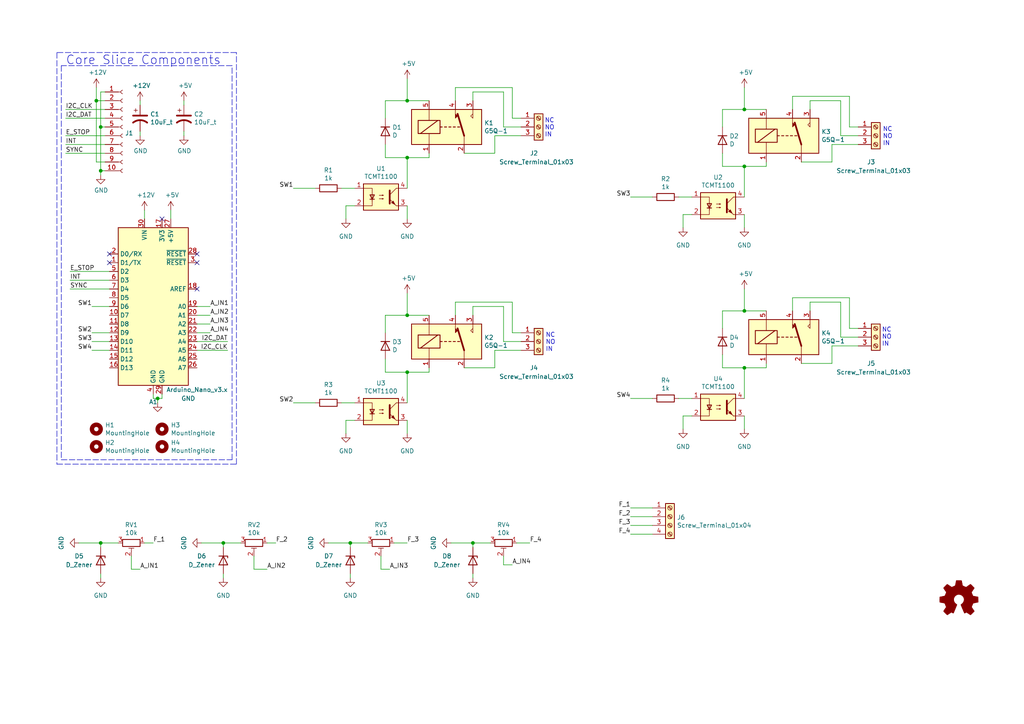
<source format=kicad_sch>
(kicad_sch (version 20211123) (generator eeschema)

  (uuid 40165eda-4ba6-4565-9bb4-b9df6dbb08da)

  (paper "A4")

  (lib_symbols
    (symbol "BREAD_Slice-rescue:10uF_t-OCI_UPL_2_Capacitors" (pin_numbers hide) (pin_names (offset 0.254) hide) (in_bom yes) (on_board yes)
      (property "Reference" "C" (id 0) (at 0.635 2.54 0)
        (effects (font (size 1.27 1.27)) (justify left))
      )
      (property "Value" "10uF_t-OCI_UPL_2_Capacitors" (id 1) (at 0.635 -2.54 0)
        (effects (font (size 1.27 1.27)) (justify left))
      )
      (property "Footprint" "OCI_UPL_FOOTPRINTS:C_2312" (id 2) (at 0 -6.35 0)
        (effects (font (size 0.762 0.762)) hide)
      )
      (property "Datasheet" "https://www.digikey.com/short/qcd8n7" (id 3) (at 0 5.08 0)
        (effects (font (size 0.762 0.762)) hide)
      )
      (property "Part #" "T491C106K025AT" (id 4) (at 0 6.35 0)
        (effects (font (size 0.762 0.762)) hide)
      )
      (property "UPL #" "2.021" (id 5) (at 0 -5.08 0)
        (effects (font (size 0.762 0.762)) hide)
      )
      (property "ki_fp_filters" "SMD*_Pol c_elec* C*elec TantalC* Elko* CP*" (id 6) (at 0 0 0)
        (effects (font (size 1.27 1.27)) hide)
      )
      (symbol "10uF_t-OCI_UPL_2_Capacitors_0_1"
        (polyline
          (pts
            (xy -2.032 0.762)
            (xy 2.032 0.762)
          )
          (stroke (width 0.508) (type default) (color 0 0 0 0))
          (fill (type none))
        )
        (polyline
          (pts
            (xy -1.778 2.286)
            (xy -0.762 2.286)
          )
          (stroke (width 0) (type default) (color 0 0 0 0))
          (fill (type none))
        )
        (polyline
          (pts
            (xy -1.27 1.778)
            (xy -1.27 2.794)
          )
          (stroke (width 0) (type default) (color 0 0 0 0))
          (fill (type none))
        )
        (arc (start 2.032 -1.27) (mid 0 -0.5572) (end -2.032 -1.27)
          (stroke (width 0.508) (type default) (color 0 0 0 0))
          (fill (type none))
        )
      )
      (symbol "10uF_t-OCI_UPL_2_Capacitors_1_1"
        (pin passive line (at 0 3.81 270) (length 2.794)
          (name "~" (effects (font (size 1.016 1.016))))
          (number "1" (effects (font (size 1.016 1.016))))
        )
        (pin passive line (at 0 -3.81 90) (length 3.302)
          (name "~" (effects (font (size 1.016 1.016))))
          (number "2" (effects (font (size 1.016 1.016))))
        )
      )
    )
    (symbol "BREAD_Slice-rescue:R-OCI_UPL_1_Resistors" (pin_numbers hide) (pin_names (offset 0)) (in_bom yes) (on_board yes)
      (property "Reference" "R" (id 0) (at 0 2.032 0)
        (effects (font (size 1.27 1.27)))
      )
      (property "Value" "R-OCI_UPL_1_Resistors" (id 1) (at 0 0 0)
        (effects (font (size 1.27 1.27)))
      )
      (property "Footprint" "" (id 2) (at 0 -1.778 0)
        (effects (font (size 1.27 1.27)))
      )
      (property "Datasheet" "" (id 3) (at 0 0 90)
        (effects (font (size 1.27 1.27)))
      )
      (property "ki_fp_filters" "R_* Resistor_*" (id 4) (at 0 0 0)
        (effects (font (size 1.27 1.27)) hide)
      )
      (symbol "R-OCI_UPL_1_Resistors_0_1"
        (rectangle (start 2.54 -1.016) (end -2.54 1.016)
          (stroke (width 0.254) (type default) (color 0 0 0 0))
          (fill (type none))
        )
      )
      (symbol "R-OCI_UPL_1_Resistors_1_1"
        (pin passive line (at -3.81 0 0) (length 1.27)
          (name "~" (effects (font (size 1.27 1.27))))
          (number "1" (effects (font (size 1.27 1.27))))
        )
        (pin passive line (at 3.81 0 180) (length 1.27)
          (name "~" (effects (font (size 1.27 1.27))))
          (number "2" (effects (font (size 1.27 1.27))))
        )
      )
    )
    (symbol "BREAD_Slice-rescue:R_POT_TRIM-Device" (pin_names (offset 1.016) hide) (in_bom yes) (on_board yes)
      (property "Reference" "RV" (id 0) (at -4.445 0 90)
        (effects (font (size 1.27 1.27)))
      )
      (property "Value" "R_POT_TRIM-Device" (id 1) (at -2.54 0 90)
        (effects (font (size 1.27 1.27)))
      )
      (property "Footprint" "" (id 2) (at 0 0 0)
        (effects (font (size 1.27 1.27)) hide)
      )
      (property "Datasheet" "" (id 3) (at 0 0 0)
        (effects (font (size 1.27 1.27)) hide)
      )
      (property "ki_fp_filters" "Potentiometer*" (id 4) (at 0 0 0)
        (effects (font (size 1.27 1.27)) hide)
      )
      (symbol "R_POT_TRIM-Device_0_1"
        (polyline
          (pts
            (xy 1.524 0.762)
            (xy 1.524 -0.762)
          )
          (stroke (width 0) (type default) (color 0 0 0 0))
          (fill (type none))
        )
        (polyline
          (pts
            (xy 2.54 0)
            (xy 1.524 0)
          )
          (stroke (width 0) (type default) (color 0 0 0 0))
          (fill (type none))
        )
        (rectangle (start 1.016 2.54) (end -1.016 -2.54)
          (stroke (width 0.254) (type default) (color 0 0 0 0))
          (fill (type none))
        )
      )
      (symbol "R_POT_TRIM-Device_1_1"
        (pin passive line (at 0 3.81 270) (length 1.27)
          (name "1" (effects (font (size 1.27 1.27))))
          (number "1" (effects (font (size 1.27 1.27))))
        )
        (pin passive line (at 3.81 0 180) (length 1.27)
          (name "2" (effects (font (size 1.27 1.27))))
          (number "2" (effects (font (size 1.27 1.27))))
        )
        (pin passive line (at 0 -3.81 90) (length 1.27)
          (name "3" (effects (font (size 1.27 1.27))))
          (number "3" (effects (font (size 1.27 1.27))))
        )
      )
    )
    (symbol "Connector:Conn_01x10_Female" (pin_names (offset 1.016) hide) (in_bom yes) (on_board yes)
      (property "Reference" "J" (id 0) (at 0 12.7 0)
        (effects (font (size 1.27 1.27)))
      )
      (property "Value" "Conn_01x10_Female" (id 1) (at 0 -15.24 0)
        (effects (font (size 1.27 1.27)))
      )
      (property "Footprint" "" (id 2) (at 0 0 0)
        (effects (font (size 1.27 1.27)) hide)
      )
      (property "Datasheet" "~" (id 3) (at 0 0 0)
        (effects (font (size 1.27 1.27)) hide)
      )
      (property "ki_keywords" "connector" (id 4) (at 0 0 0)
        (effects (font (size 1.27 1.27)) hide)
      )
      (property "ki_description" "Generic connector, single row, 01x10, script generated (kicad-library-utils/schlib/autogen/connector/)" (id 5) (at 0 0 0)
        (effects (font (size 1.27 1.27)) hide)
      )
      (property "ki_fp_filters" "Connector*:*_1x??_*" (id 6) (at 0 0 0)
        (effects (font (size 1.27 1.27)) hide)
      )
      (symbol "Conn_01x10_Female_1_1"
        (arc (start 0 -12.192) (mid -0.508 -12.7) (end 0 -13.208)
          (stroke (width 0.1524) (type default) (color 0 0 0 0))
          (fill (type none))
        )
        (arc (start 0 -9.652) (mid -0.508 -10.16) (end 0 -10.668)
          (stroke (width 0.1524) (type default) (color 0 0 0 0))
          (fill (type none))
        )
        (arc (start 0 -7.112) (mid -0.508 -7.62) (end 0 -8.128)
          (stroke (width 0.1524) (type default) (color 0 0 0 0))
          (fill (type none))
        )
        (arc (start 0 -4.572) (mid -0.508 -5.08) (end 0 -5.588)
          (stroke (width 0.1524) (type default) (color 0 0 0 0))
          (fill (type none))
        )
        (arc (start 0 -2.032) (mid -0.508 -2.54) (end 0 -3.048)
          (stroke (width 0.1524) (type default) (color 0 0 0 0))
          (fill (type none))
        )
        (polyline
          (pts
            (xy -1.27 -12.7)
            (xy -0.508 -12.7)
          )
          (stroke (width 0.1524) (type default) (color 0 0 0 0))
          (fill (type none))
        )
        (polyline
          (pts
            (xy -1.27 -10.16)
            (xy -0.508 -10.16)
          )
          (stroke (width 0.1524) (type default) (color 0 0 0 0))
          (fill (type none))
        )
        (polyline
          (pts
            (xy -1.27 -7.62)
            (xy -0.508 -7.62)
          )
          (stroke (width 0.1524) (type default) (color 0 0 0 0))
          (fill (type none))
        )
        (polyline
          (pts
            (xy -1.27 -5.08)
            (xy -0.508 -5.08)
          )
          (stroke (width 0.1524) (type default) (color 0 0 0 0))
          (fill (type none))
        )
        (polyline
          (pts
            (xy -1.27 -2.54)
            (xy -0.508 -2.54)
          )
          (stroke (width 0.1524) (type default) (color 0 0 0 0))
          (fill (type none))
        )
        (polyline
          (pts
            (xy -1.27 0)
            (xy -0.508 0)
          )
          (stroke (width 0.1524) (type default) (color 0 0 0 0))
          (fill (type none))
        )
        (polyline
          (pts
            (xy -1.27 2.54)
            (xy -0.508 2.54)
          )
          (stroke (width 0.1524) (type default) (color 0 0 0 0))
          (fill (type none))
        )
        (polyline
          (pts
            (xy -1.27 5.08)
            (xy -0.508 5.08)
          )
          (stroke (width 0.1524) (type default) (color 0 0 0 0))
          (fill (type none))
        )
        (polyline
          (pts
            (xy -1.27 7.62)
            (xy -0.508 7.62)
          )
          (stroke (width 0.1524) (type default) (color 0 0 0 0))
          (fill (type none))
        )
        (polyline
          (pts
            (xy -1.27 10.16)
            (xy -0.508 10.16)
          )
          (stroke (width 0.1524) (type default) (color 0 0 0 0))
          (fill (type none))
        )
        (arc (start 0 0.508) (mid -0.508 0) (end 0 -0.508)
          (stroke (width 0.1524) (type default) (color 0 0 0 0))
          (fill (type none))
        )
        (arc (start 0 3.048) (mid -0.508 2.54) (end 0 2.032)
          (stroke (width 0.1524) (type default) (color 0 0 0 0))
          (fill (type none))
        )
        (arc (start 0 5.588) (mid -0.508 5.08) (end 0 4.572)
          (stroke (width 0.1524) (type default) (color 0 0 0 0))
          (fill (type none))
        )
        (arc (start 0 8.128) (mid -0.508 7.62) (end 0 7.112)
          (stroke (width 0.1524) (type default) (color 0 0 0 0))
          (fill (type none))
        )
        (arc (start 0 10.668) (mid -0.508 10.16) (end 0 9.652)
          (stroke (width 0.1524) (type default) (color 0 0 0 0))
          (fill (type none))
        )
        (pin passive line (at -5.08 10.16 0) (length 3.81)
          (name "Pin_1" (effects (font (size 1.27 1.27))))
          (number "1" (effects (font (size 1.27 1.27))))
        )
        (pin passive line (at -5.08 -12.7 0) (length 3.81)
          (name "Pin_10" (effects (font (size 1.27 1.27))))
          (number "10" (effects (font (size 1.27 1.27))))
        )
        (pin passive line (at -5.08 7.62 0) (length 3.81)
          (name "Pin_2" (effects (font (size 1.27 1.27))))
          (number "2" (effects (font (size 1.27 1.27))))
        )
        (pin passive line (at -5.08 5.08 0) (length 3.81)
          (name "Pin_3" (effects (font (size 1.27 1.27))))
          (number "3" (effects (font (size 1.27 1.27))))
        )
        (pin passive line (at -5.08 2.54 0) (length 3.81)
          (name "Pin_4" (effects (font (size 1.27 1.27))))
          (number "4" (effects (font (size 1.27 1.27))))
        )
        (pin passive line (at -5.08 0 0) (length 3.81)
          (name "Pin_5" (effects (font (size 1.27 1.27))))
          (number "5" (effects (font (size 1.27 1.27))))
        )
        (pin passive line (at -5.08 -2.54 0) (length 3.81)
          (name "Pin_6" (effects (font (size 1.27 1.27))))
          (number "6" (effects (font (size 1.27 1.27))))
        )
        (pin passive line (at -5.08 -5.08 0) (length 3.81)
          (name "Pin_7" (effects (font (size 1.27 1.27))))
          (number "7" (effects (font (size 1.27 1.27))))
        )
        (pin passive line (at -5.08 -7.62 0) (length 3.81)
          (name "Pin_8" (effects (font (size 1.27 1.27))))
          (number "8" (effects (font (size 1.27 1.27))))
        )
        (pin passive line (at -5.08 -10.16 0) (length 3.81)
          (name "Pin_9" (effects (font (size 1.27 1.27))))
          (number "9" (effects (font (size 1.27 1.27))))
        )
      )
    )
    (symbol "Connector:Screw_Terminal_01x03" (pin_names (offset 1.016) hide) (in_bom yes) (on_board yes)
      (property "Reference" "J" (id 0) (at 0 5.08 0)
        (effects (font (size 1.27 1.27)))
      )
      (property "Value" "Screw_Terminal_01x03" (id 1) (at 0 -5.08 0)
        (effects (font (size 1.27 1.27)))
      )
      (property "Footprint" "" (id 2) (at 0 0 0)
        (effects (font (size 1.27 1.27)) hide)
      )
      (property "Datasheet" "~" (id 3) (at 0 0 0)
        (effects (font (size 1.27 1.27)) hide)
      )
      (property "ki_keywords" "screw terminal" (id 4) (at 0 0 0)
        (effects (font (size 1.27 1.27)) hide)
      )
      (property "ki_description" "Generic screw terminal, single row, 01x03, script generated (kicad-library-utils/schlib/autogen/connector/)" (id 5) (at 0 0 0)
        (effects (font (size 1.27 1.27)) hide)
      )
      (property "ki_fp_filters" "TerminalBlock*:*" (id 6) (at 0 0 0)
        (effects (font (size 1.27 1.27)) hide)
      )
      (symbol "Screw_Terminal_01x03_1_1"
        (rectangle (start -1.27 3.81) (end 1.27 -3.81)
          (stroke (width 0.254) (type default) (color 0 0 0 0))
          (fill (type background))
        )
        (circle (center 0 -2.54) (radius 0.635)
          (stroke (width 0.1524) (type default) (color 0 0 0 0))
          (fill (type none))
        )
        (polyline
          (pts
            (xy -0.5334 -2.2098)
            (xy 0.3302 -3.048)
          )
          (stroke (width 0.1524) (type default) (color 0 0 0 0))
          (fill (type none))
        )
        (polyline
          (pts
            (xy -0.5334 0.3302)
            (xy 0.3302 -0.508)
          )
          (stroke (width 0.1524) (type default) (color 0 0 0 0))
          (fill (type none))
        )
        (polyline
          (pts
            (xy -0.5334 2.8702)
            (xy 0.3302 2.032)
          )
          (stroke (width 0.1524) (type default) (color 0 0 0 0))
          (fill (type none))
        )
        (polyline
          (pts
            (xy -0.3556 -2.032)
            (xy 0.508 -2.8702)
          )
          (stroke (width 0.1524) (type default) (color 0 0 0 0))
          (fill (type none))
        )
        (polyline
          (pts
            (xy -0.3556 0.508)
            (xy 0.508 -0.3302)
          )
          (stroke (width 0.1524) (type default) (color 0 0 0 0))
          (fill (type none))
        )
        (polyline
          (pts
            (xy -0.3556 3.048)
            (xy 0.508 2.2098)
          )
          (stroke (width 0.1524) (type default) (color 0 0 0 0))
          (fill (type none))
        )
        (circle (center 0 0) (radius 0.635)
          (stroke (width 0.1524) (type default) (color 0 0 0 0))
          (fill (type none))
        )
        (circle (center 0 2.54) (radius 0.635)
          (stroke (width 0.1524) (type default) (color 0 0 0 0))
          (fill (type none))
        )
        (pin passive line (at -5.08 2.54 0) (length 3.81)
          (name "Pin_1" (effects (font (size 1.27 1.27))))
          (number "1" (effects (font (size 1.27 1.27))))
        )
        (pin passive line (at -5.08 0 0) (length 3.81)
          (name "Pin_2" (effects (font (size 1.27 1.27))))
          (number "2" (effects (font (size 1.27 1.27))))
        )
        (pin passive line (at -5.08 -2.54 0) (length 3.81)
          (name "Pin_3" (effects (font (size 1.27 1.27))))
          (number "3" (effects (font (size 1.27 1.27))))
        )
      )
    )
    (symbol "Connector:Screw_Terminal_01x04" (pin_names (offset 1.016) hide) (in_bom yes) (on_board yes)
      (property "Reference" "J" (id 0) (at 0 5.08 0)
        (effects (font (size 1.27 1.27)))
      )
      (property "Value" "Screw_Terminal_01x04" (id 1) (at 0 -7.62 0)
        (effects (font (size 1.27 1.27)))
      )
      (property "Footprint" "" (id 2) (at 0 0 0)
        (effects (font (size 1.27 1.27)) hide)
      )
      (property "Datasheet" "~" (id 3) (at 0 0 0)
        (effects (font (size 1.27 1.27)) hide)
      )
      (property "ki_keywords" "screw terminal" (id 4) (at 0 0 0)
        (effects (font (size 1.27 1.27)) hide)
      )
      (property "ki_description" "Generic screw terminal, single row, 01x04, script generated (kicad-library-utils/schlib/autogen/connector/)" (id 5) (at 0 0 0)
        (effects (font (size 1.27 1.27)) hide)
      )
      (property "ki_fp_filters" "TerminalBlock*:*" (id 6) (at 0 0 0)
        (effects (font (size 1.27 1.27)) hide)
      )
      (symbol "Screw_Terminal_01x04_1_1"
        (rectangle (start -1.27 3.81) (end 1.27 -6.35)
          (stroke (width 0.254) (type default) (color 0 0 0 0))
          (fill (type background))
        )
        (circle (center 0 -5.08) (radius 0.635)
          (stroke (width 0.1524) (type default) (color 0 0 0 0))
          (fill (type none))
        )
        (circle (center 0 -2.54) (radius 0.635)
          (stroke (width 0.1524) (type default) (color 0 0 0 0))
          (fill (type none))
        )
        (polyline
          (pts
            (xy -0.5334 -4.7498)
            (xy 0.3302 -5.588)
          )
          (stroke (width 0.1524) (type default) (color 0 0 0 0))
          (fill (type none))
        )
        (polyline
          (pts
            (xy -0.5334 -2.2098)
            (xy 0.3302 -3.048)
          )
          (stroke (width 0.1524) (type default) (color 0 0 0 0))
          (fill (type none))
        )
        (polyline
          (pts
            (xy -0.5334 0.3302)
            (xy 0.3302 -0.508)
          )
          (stroke (width 0.1524) (type default) (color 0 0 0 0))
          (fill (type none))
        )
        (polyline
          (pts
            (xy -0.5334 2.8702)
            (xy 0.3302 2.032)
          )
          (stroke (width 0.1524) (type default) (color 0 0 0 0))
          (fill (type none))
        )
        (polyline
          (pts
            (xy -0.3556 -4.572)
            (xy 0.508 -5.4102)
          )
          (stroke (width 0.1524) (type default) (color 0 0 0 0))
          (fill (type none))
        )
        (polyline
          (pts
            (xy -0.3556 -2.032)
            (xy 0.508 -2.8702)
          )
          (stroke (width 0.1524) (type default) (color 0 0 0 0))
          (fill (type none))
        )
        (polyline
          (pts
            (xy -0.3556 0.508)
            (xy 0.508 -0.3302)
          )
          (stroke (width 0.1524) (type default) (color 0 0 0 0))
          (fill (type none))
        )
        (polyline
          (pts
            (xy -0.3556 3.048)
            (xy 0.508 2.2098)
          )
          (stroke (width 0.1524) (type default) (color 0 0 0 0))
          (fill (type none))
        )
        (circle (center 0 0) (radius 0.635)
          (stroke (width 0.1524) (type default) (color 0 0 0 0))
          (fill (type none))
        )
        (circle (center 0 2.54) (radius 0.635)
          (stroke (width 0.1524) (type default) (color 0 0 0 0))
          (fill (type none))
        )
        (pin passive line (at -5.08 2.54 0) (length 3.81)
          (name "Pin_1" (effects (font (size 1.27 1.27))))
          (number "1" (effects (font (size 1.27 1.27))))
        )
        (pin passive line (at -5.08 0 0) (length 3.81)
          (name "Pin_2" (effects (font (size 1.27 1.27))))
          (number "2" (effects (font (size 1.27 1.27))))
        )
        (pin passive line (at -5.08 -2.54 0) (length 3.81)
          (name "Pin_3" (effects (font (size 1.27 1.27))))
          (number "3" (effects (font (size 1.27 1.27))))
        )
        (pin passive line (at -5.08 -5.08 0) (length 3.81)
          (name "Pin_4" (effects (font (size 1.27 1.27))))
          (number "4" (effects (font (size 1.27 1.27))))
        )
      )
    )
    (symbol "Device:D" (pin_numbers hide) (pin_names (offset 1.016) hide) (in_bom yes) (on_board yes)
      (property "Reference" "D" (id 0) (at 0 2.54 0)
        (effects (font (size 1.27 1.27)))
      )
      (property "Value" "D" (id 1) (at 0 -2.54 0)
        (effects (font (size 1.27 1.27)))
      )
      (property "Footprint" "" (id 2) (at 0 0 0)
        (effects (font (size 1.27 1.27)) hide)
      )
      (property "Datasheet" "~" (id 3) (at 0 0 0)
        (effects (font (size 1.27 1.27)) hide)
      )
      (property "ki_keywords" "diode" (id 4) (at 0 0 0)
        (effects (font (size 1.27 1.27)) hide)
      )
      (property "ki_description" "Diode" (id 5) (at 0 0 0)
        (effects (font (size 1.27 1.27)) hide)
      )
      (property "ki_fp_filters" "TO-???* *_Diode_* *SingleDiode* D_*" (id 6) (at 0 0 0)
        (effects (font (size 1.27 1.27)) hide)
      )
      (symbol "D_0_1"
        (polyline
          (pts
            (xy -1.27 1.27)
            (xy -1.27 -1.27)
          )
          (stroke (width 0.254) (type default) (color 0 0 0 0))
          (fill (type none))
        )
        (polyline
          (pts
            (xy 1.27 0)
            (xy -1.27 0)
          )
          (stroke (width 0) (type default) (color 0 0 0 0))
          (fill (type none))
        )
        (polyline
          (pts
            (xy 1.27 1.27)
            (xy 1.27 -1.27)
            (xy -1.27 0)
            (xy 1.27 1.27)
          )
          (stroke (width 0.254) (type default) (color 0 0 0 0))
          (fill (type none))
        )
      )
      (symbol "D_1_1"
        (pin passive line (at -3.81 0 0) (length 2.54)
          (name "K" (effects (font (size 1.27 1.27))))
          (number "1" (effects (font (size 1.27 1.27))))
        )
        (pin passive line (at 3.81 0 180) (length 2.54)
          (name "A" (effects (font (size 1.27 1.27))))
          (number "2" (effects (font (size 1.27 1.27))))
        )
      )
    )
    (symbol "Device:D_Zener" (pin_numbers hide) (pin_names (offset 1.016) hide) (in_bom yes) (on_board yes)
      (property "Reference" "D" (id 0) (at 0 2.54 0)
        (effects (font (size 1.27 1.27)))
      )
      (property "Value" "D_Zener" (id 1) (at 0 -2.54 0)
        (effects (font (size 1.27 1.27)))
      )
      (property "Footprint" "" (id 2) (at 0 0 0)
        (effects (font (size 1.27 1.27)) hide)
      )
      (property "Datasheet" "~" (id 3) (at 0 0 0)
        (effects (font (size 1.27 1.27)) hide)
      )
      (property "ki_keywords" "diode" (id 4) (at 0 0 0)
        (effects (font (size 1.27 1.27)) hide)
      )
      (property "ki_description" "Zener diode" (id 5) (at 0 0 0)
        (effects (font (size 1.27 1.27)) hide)
      )
      (property "ki_fp_filters" "TO-???* *_Diode_* *SingleDiode* D_*" (id 6) (at 0 0 0)
        (effects (font (size 1.27 1.27)) hide)
      )
      (symbol "D_Zener_0_1"
        (polyline
          (pts
            (xy 1.27 0)
            (xy -1.27 0)
          )
          (stroke (width 0) (type default) (color 0 0 0 0))
          (fill (type none))
        )
        (polyline
          (pts
            (xy -1.27 -1.27)
            (xy -1.27 1.27)
            (xy -0.762 1.27)
          )
          (stroke (width 0.254) (type default) (color 0 0 0 0))
          (fill (type none))
        )
        (polyline
          (pts
            (xy 1.27 -1.27)
            (xy 1.27 1.27)
            (xy -1.27 0)
            (xy 1.27 -1.27)
          )
          (stroke (width 0.254) (type default) (color 0 0 0 0))
          (fill (type none))
        )
      )
      (symbol "D_Zener_1_1"
        (pin passive line (at -3.81 0 0) (length 2.54)
          (name "K" (effects (font (size 1.27 1.27))))
          (number "1" (effects (font (size 1.27 1.27))))
        )
        (pin passive line (at 3.81 0 180) (length 2.54)
          (name "A" (effects (font (size 1.27 1.27))))
          (number "2" (effects (font (size 1.27 1.27))))
        )
      )
    )
    (symbol "Graphic:Logo_Open_Hardware_Small" (pin_names (offset 1.016)) (in_bom yes) (on_board yes)
      (property "Reference" "#LOGO" (id 0) (at 0 6.985 0)
        (effects (font (size 1.27 1.27)) hide)
      )
      (property "Value" "Logo_Open_Hardware_Small" (id 1) (at 0 -5.715 0)
        (effects (font (size 1.27 1.27)) hide)
      )
      (property "Footprint" "" (id 2) (at 0 0 0)
        (effects (font (size 1.27 1.27)) hide)
      )
      (property "Datasheet" "~" (id 3) (at 0 0 0)
        (effects (font (size 1.27 1.27)) hide)
      )
      (property "ki_keywords" "Logo" (id 4) (at 0 0 0)
        (effects (font (size 1.27 1.27)) hide)
      )
      (property "ki_description" "Open Hardware logo, small" (id 5) (at 0 0 0)
        (effects (font (size 1.27 1.27)) hide)
      )
      (symbol "Logo_Open_Hardware_Small_0_1"
        (polyline
          (pts
            (xy 3.3528 -4.3434)
            (xy 3.302 -4.318)
            (xy 3.175 -4.2418)
            (xy 2.9972 -4.1148)
            (xy 2.7686 -3.9624)
            (xy 2.54 -3.81)
            (xy 2.3622 -3.7084)
            (xy 2.2352 -3.6068)
            (xy 2.1844 -3.5814)
            (xy 2.159 -3.6068)
            (xy 2.0574 -3.6576)
            (xy 1.905 -3.7338)
            (xy 1.8034 -3.7846)
            (xy 1.6764 -3.8354)
            (xy 1.6002 -3.8354)
            (xy 1.6002 -3.8354)
            (xy 1.5494 -3.7338)
            (xy 1.4732 -3.5306)
            (xy 1.3462 -3.302)
            (xy 1.2446 -3.0226)
            (xy 1.1176 -2.7178)
            (xy 0.9652 -2.413)
            (xy 0.8636 -2.1082)
            (xy 0.7366 -1.8288)
            (xy 0.6604 -1.6256)
            (xy 0.6096 -1.4732)
            (xy 0.5842 -1.397)
            (xy 0.5842 -1.397)
            (xy 0.6604 -1.3208)
            (xy 0.7874 -1.2446)
            (xy 1.0414 -1.016)
            (xy 1.2954 -0.6858)
            (xy 1.4478 -0.3302)
            (xy 1.524 0.0762)
            (xy 1.4732 0.4572)
            (xy 1.3208 0.8128)
            (xy 1.0668 1.143)
            (xy 0.762 1.3716)
            (xy 0.4064 1.524)
            (xy 0 1.5748)
            (xy -0.381 1.5494)
            (xy -0.7366 1.397)
            (xy -1.0668 1.143)
            (xy -1.2192 0.9906)
            (xy -1.397 0.6604)
            (xy -1.524 0.3048)
            (xy -1.524 0.2286)
            (xy -1.4986 -0.1778)
            (xy -1.397 -0.5334)
            (xy -1.1938 -0.8636)
            (xy -0.9144 -1.143)
            (xy -0.8636 -1.1684)
            (xy -0.7366 -1.27)
            (xy -0.635 -1.3462)
            (xy -0.5842 -1.397)
            (xy -1.0668 -2.5908)
            (xy -1.143 -2.794)
            (xy -1.2954 -3.1242)
            (xy -1.397 -3.4036)
            (xy -1.4986 -3.6322)
            (xy -1.5748 -3.7846)
            (xy -1.6002 -3.8354)
            (xy -1.6002 -3.8354)
            (xy -1.651 -3.8354)
            (xy -1.7272 -3.81)
            (xy -1.905 -3.7338)
            (xy -2.0066 -3.683)
            (xy -2.1336 -3.6068)
            (xy -2.2098 -3.5814)
            (xy -2.2606 -3.6068)
            (xy -2.3622 -3.683)
            (xy -2.54 -3.81)
            (xy -2.7686 -3.9624)
            (xy -2.9718 -4.0894)
            (xy -3.1496 -4.2164)
            (xy -3.302 -4.318)
            (xy -3.3528 -4.3434)
            (xy -3.3782 -4.3434)
            (xy -3.429 -4.318)
            (xy -3.5306 -4.2164)
            (xy -3.7084 -4.064)
            (xy -3.937 -3.8354)
            (xy -3.9624 -3.81)
            (xy -4.1656 -3.6068)
            (xy -4.318 -3.4544)
            (xy -4.4196 -3.3274)
            (xy -4.445 -3.2766)
            (xy -4.445 -3.2766)
            (xy -4.4196 -3.2258)
            (xy -4.318 -3.0734)
            (xy -4.2164 -2.8956)
            (xy -4.064 -2.667)
            (xy -3.6576 -2.0828)
            (xy -3.8862 -1.5494)
            (xy -3.937 -1.3716)
            (xy -4.0386 -1.1684)
            (xy -4.0894 -1.0414)
            (xy -4.1148 -0.9652)
            (xy -4.191 -0.9398)
            (xy -4.318 -0.9144)
            (xy -4.5466 -0.8636)
            (xy -4.8006 -0.8128)
            (xy -5.0546 -0.7874)
            (xy -5.2578 -0.7366)
            (xy -5.4356 -0.7112)
            (xy -5.5118 -0.6858)
            (xy -5.5118 -0.6858)
            (xy -5.5372 -0.635)
            (xy -5.5372 -0.5588)
            (xy -5.5372 -0.4318)
            (xy -5.5626 -0.2286)
            (xy -5.5626 0.0762)
            (xy -5.5626 0.127)
            (xy -5.5372 0.4064)
            (xy -5.5372 0.635)
            (xy -5.5372 0.762)
            (xy -5.5372 0.8382)
            (xy -5.5372 0.8382)
            (xy -5.461 0.8382)
            (xy -5.3086 0.889)
            (xy -5.08 0.9144)
            (xy -4.826 0.9652)
            (xy -4.8006 0.9906)
            (xy -4.5466 1.0414)
            (xy -4.318 1.0668)
            (xy -4.1656 1.1176)
            (xy -4.0894 1.143)
            (xy -4.0894 1.143)
            (xy -4.0386 1.2446)
            (xy -3.9624 1.4224)
            (xy -3.8608 1.6256)
            (xy -3.7846 1.8288)
            (xy -3.7084 2.0066)
            (xy -3.6576 2.159)
            (xy -3.6322 2.2098)
            (xy -3.6322 2.2098)
            (xy -3.683 2.286)
            (xy -3.7592 2.413)
            (xy -3.8862 2.5908)
            (xy -4.064 2.8194)
            (xy -4.064 2.8448)
            (xy -4.2164 3.0734)
            (xy -4.3434 3.2512)
            (xy -4.4196 3.3782)
            (xy -4.445 3.4544)
            (xy -4.445 3.4544)
            (xy -4.3942 3.5052)
            (xy -4.2926 3.6322)
            (xy -4.1148 3.81)
            (xy -3.937 4.0132)
            (xy -3.8608 4.064)
            (xy -3.6576 4.2926)
            (xy -3.5052 4.4196)
            (xy -3.4036 4.4958)
            (xy -3.3528 4.5212)
            (xy -3.3528 4.5212)
            (xy -3.302 4.4704)
            (xy -3.1496 4.3688)
            (xy -2.9718 4.2418)
            (xy -2.7432 4.0894)
            (xy -2.7178 4.0894)
            (xy -2.4892 3.937)
            (xy -2.3114 3.81)
            (xy -2.1844 3.7084)
            (xy -2.1336 3.683)
            (xy -2.1082 3.683)
            (xy -2.032 3.7084)
            (xy -1.8542 3.7592)
            (xy -1.6764 3.8354)
            (xy -1.4732 3.937)
            (xy -1.27 4.0132)
            (xy -1.143 4.064)
            (xy -1.0668 4.1148)
            (xy -1.0668 4.1148)
            (xy -1.0414 4.191)
            (xy -1.016 4.3434)
            (xy -0.9652 4.572)
            (xy -0.9144 4.8514)
            (xy -0.889 4.9022)
            (xy -0.8382 5.1562)
            (xy -0.8128 5.3848)
            (xy -0.7874 5.5372)
            (xy -0.762 5.588)
            (xy -0.7112 5.6134)
            (xy -0.5842 5.6134)
            (xy -0.4064 5.6134)
            (xy -0.1524 5.6134)
            (xy 0.0762 5.6134)
            (xy 0.3302 5.6134)
            (xy 0.5334 5.6134)
            (xy 0.6858 5.588)
            (xy 0.7366 5.588)
            (xy 0.7366 5.588)
            (xy 0.762 5.5118)
            (xy 0.8128 5.334)
            (xy 0.8382 5.1054)
            (xy 0.9144 4.826)
            (xy 0.9144 4.7752)
            (xy 0.9652 4.5212)
            (xy 1.016 4.2926)
            (xy 1.0414 4.1402)
            (xy 1.0668 4.0894)
            (xy 1.0668 4.0894)
            (xy 1.1938 4.0386)
            (xy 1.3716 3.9624)
            (xy 1.5748 3.8608)
            (xy 2.0828 3.6576)
            (xy 2.7178 4.0894)
            (xy 2.7686 4.1402)
            (xy 2.9972 4.2926)
            (xy 3.175 4.4196)
            (xy 3.302 4.4958)
            (xy 3.3782 4.5212)
            (xy 3.3782 4.5212)
            (xy 3.429 4.4704)
            (xy 3.556 4.3434)
            (xy 3.7338 4.191)
            (xy 3.9116 3.9878)
            (xy 4.064 3.8354)
            (xy 4.2418 3.6576)
            (xy 4.3434 3.556)
            (xy 4.4196 3.4798)
            (xy 4.4196 3.429)
            (xy 4.4196 3.4036)
            (xy 4.3942 3.3274)
            (xy 4.2926 3.2004)
            (xy 4.1656 2.9972)
            (xy 4.0132 2.794)
            (xy 3.8862 2.5908)
            (xy 3.7592 2.3876)
            (xy 3.6576 2.2352)
            (xy 3.6322 2.159)
            (xy 3.6322 2.1336)
            (xy 3.683 2.0066)
            (xy 3.7592 1.8288)
            (xy 3.8608 1.6002)
            (xy 4.064 1.1176)
            (xy 4.3942 1.0414)
            (xy 4.5974 1.016)
            (xy 4.8768 0.9652)
            (xy 5.1308 0.9144)
            (xy 5.5372 0.8382)
            (xy 5.5626 -0.6604)
            (xy 5.4864 -0.6858)
            (xy 5.4356 -0.6858)
            (xy 5.2832 -0.7366)
            (xy 5.0546 -0.762)
            (xy 4.8006 -0.8128)
            (xy 4.5974 -0.8636)
            (xy 4.3688 -0.9144)
            (xy 4.2164 -0.9398)
            (xy 4.1402 -0.9398)
            (xy 4.1148 -0.9652)
            (xy 4.064 -1.0668)
            (xy 3.9878 -1.2446)
            (xy 3.9116 -1.4478)
            (xy 3.81 -1.651)
            (xy 3.7338 -1.8542)
            (xy 3.683 -2.0066)
            (xy 3.6576 -2.0828)
            (xy 3.683 -2.1336)
            (xy 3.7846 -2.2606)
            (xy 3.8862 -2.4638)
            (xy 4.0386 -2.667)
            (xy 4.191 -2.8956)
            (xy 4.318 -3.0734)
            (xy 4.3942 -3.2004)
            (xy 4.445 -3.2766)
            (xy 4.4196 -3.3274)
            (xy 4.3434 -3.429)
            (xy 4.1656 -3.5814)
            (xy 3.937 -3.8354)
            (xy 3.8862 -3.8608)
            (xy 3.683 -4.064)
            (xy 3.5306 -4.2164)
            (xy 3.4036 -4.318)
            (xy 3.3528 -4.3434)
          )
          (stroke (width 0) (type default) (color 0 0 0 0))
          (fill (type outline))
        )
      )
    )
    (symbol "Isolator:TCMT1100" (pin_names (offset 1.016)) (in_bom yes) (on_board yes)
      (property "Reference" "U" (id 0) (at 0 5.08 0)
        (effects (font (size 1.27 1.27)))
      )
      (property "Value" "TCMT1100" (id 1) (at 0 -5.08 0)
        (effects (font (size 1.27 1.27)))
      )
      (property "Footprint" "Package_SO:SOP-4_4.4x2.6mm_P1.27mm" (id 2) (at 0 -7.62 0)
        (effects (font (size 1.27 1.27)) hide)
      )
      (property "Datasheet" "http://www.vishay.com/docs/83510/tcmt1100.pdf" (id 3) (at 0 -1.27 0)
        (effects (font (size 1.27 1.27)) (justify left) hide)
      )
      (property "ki_keywords" "NPN DC opto" (id 4) (at 0 0 0)
        (effects (font (size 1.27 1.27)) hide)
      )
      (property "ki_description" "Optocoupler, Vce 70V, CTR 50-600%, Viso 3750V (RMS), SOP-4" (id 5) (at 0 0 0)
        (effects (font (size 1.27 1.27)) hide)
      )
      (property "ki_fp_filters" "SOP*4.4x2.6mm*P1.27mm*" (id 6) (at 0 0 0)
        (effects (font (size 1.27 1.27)) hide)
      )
      (symbol "TCMT1100_1_1"
        (rectangle (start -5.08 3.81) (end 5.08 -3.81)
          (stroke (width 0.254) (type default) (color 0 0 0 0))
          (fill (type background))
        )
        (polyline
          (pts
            (xy -3.175 -0.635)
            (xy -1.905 -0.635)
          )
          (stroke (width 0.254) (type default) (color 0 0 0 0))
          (fill (type none))
        )
        (polyline
          (pts
            (xy 2.54 0.635)
            (xy 4.445 2.54)
          )
          (stroke (width 0) (type default) (color 0 0 0 0))
          (fill (type none))
        )
        (polyline
          (pts
            (xy 4.445 -2.54)
            (xy 2.54 -0.635)
          )
          (stroke (width 0) (type default) (color 0 0 0 0))
          (fill (type outline))
        )
        (polyline
          (pts
            (xy 4.445 -2.54)
            (xy 5.08 -2.54)
          )
          (stroke (width 0) (type default) (color 0 0 0 0))
          (fill (type none))
        )
        (polyline
          (pts
            (xy 4.445 2.54)
            (xy 5.08 2.54)
          )
          (stroke (width 0) (type default) (color 0 0 0 0))
          (fill (type none))
        )
        (polyline
          (pts
            (xy -2.54 -0.635)
            (xy -2.54 -2.54)
            (xy -5.08 -2.54)
          )
          (stroke (width 0) (type default) (color 0 0 0 0))
          (fill (type none))
        )
        (polyline
          (pts
            (xy 2.54 1.905)
            (xy 2.54 -1.905)
            (xy 2.54 -1.905)
          )
          (stroke (width 0.508) (type default) (color 0 0 0 0))
          (fill (type none))
        )
        (polyline
          (pts
            (xy -5.08 2.54)
            (xy -2.54 2.54)
            (xy -2.54 -1.27)
            (xy -2.54 0.635)
          )
          (stroke (width 0) (type default) (color 0 0 0 0))
          (fill (type none))
        )
        (polyline
          (pts
            (xy -2.54 -0.635)
            (xy -3.175 0.635)
            (xy -1.905 0.635)
            (xy -2.54 -0.635)
          )
          (stroke (width 0.254) (type default) (color 0 0 0 0))
          (fill (type none))
        )
        (polyline
          (pts
            (xy -0.508 -0.508)
            (xy 0.762 -0.508)
            (xy 0.381 -0.635)
            (xy 0.381 -0.381)
            (xy 0.762 -0.508)
          )
          (stroke (width 0) (type default) (color 0 0 0 0))
          (fill (type none))
        )
        (polyline
          (pts
            (xy -0.508 0.508)
            (xy 0.762 0.508)
            (xy 0.381 0.381)
            (xy 0.381 0.635)
            (xy 0.762 0.508)
          )
          (stroke (width 0) (type default) (color 0 0 0 0))
          (fill (type none))
        )
        (polyline
          (pts
            (xy 3.048 -1.651)
            (xy 3.556 -1.143)
            (xy 4.064 -2.159)
            (xy 3.048 -1.651)
            (xy 3.048 -1.651)
          )
          (stroke (width 0) (type default) (color 0 0 0 0))
          (fill (type outline))
        )
        (pin passive line (at -7.62 2.54 0) (length 2.54)
          (name "~" (effects (font (size 1.27 1.27))))
          (number "1" (effects (font (size 1.27 1.27))))
        )
        (pin passive line (at -7.62 -2.54 0) (length 2.54)
          (name "~" (effects (font (size 1.27 1.27))))
          (number "2" (effects (font (size 1.27 1.27))))
        )
        (pin passive line (at 7.62 -2.54 180) (length 2.54)
          (name "~" (effects (font (size 1.27 1.27))))
          (number "3" (effects (font (size 1.27 1.27))))
        )
        (pin passive line (at 7.62 2.54 180) (length 2.54)
          (name "~" (effects (font (size 1.27 1.27))))
          (number "4" (effects (font (size 1.27 1.27))))
        )
      )
    )
    (symbol "MCU_Module:Arduino_Nano_v3.x" (in_bom yes) (on_board yes)
      (property "Reference" "A" (id 0) (at -10.16 23.495 0)
        (effects (font (size 1.27 1.27)) (justify left bottom))
      )
      (property "Value" "Arduino_Nano_v3.x" (id 1) (at 5.08 -24.13 0)
        (effects (font (size 1.27 1.27)) (justify left top))
      )
      (property "Footprint" "Module:Arduino_Nano" (id 2) (at 0 0 0)
        (effects (font (size 1.27 1.27) italic) hide)
      )
      (property "Datasheet" "http://www.mouser.com/pdfdocs/Gravitech_Arduino_Nano3_0.pdf" (id 3) (at 0 0 0)
        (effects (font (size 1.27 1.27)) hide)
      )
      (property "ki_keywords" "Arduino nano microcontroller module USB" (id 4) (at 0 0 0)
        (effects (font (size 1.27 1.27)) hide)
      )
      (property "ki_description" "Arduino Nano v3.x" (id 5) (at 0 0 0)
        (effects (font (size 1.27 1.27)) hide)
      )
      (property "ki_fp_filters" "Arduino*Nano*" (id 6) (at 0 0 0)
        (effects (font (size 1.27 1.27)) hide)
      )
      (symbol "Arduino_Nano_v3.x_0_1"
        (rectangle (start -10.16 22.86) (end 10.16 -22.86)
          (stroke (width 0.254) (type default) (color 0 0 0 0))
          (fill (type background))
        )
      )
      (symbol "Arduino_Nano_v3.x_1_1"
        (pin bidirectional line (at -12.7 12.7 0) (length 2.54)
          (name "D1/TX" (effects (font (size 1.27 1.27))))
          (number "1" (effects (font (size 1.27 1.27))))
        )
        (pin bidirectional line (at -12.7 -2.54 0) (length 2.54)
          (name "D7" (effects (font (size 1.27 1.27))))
          (number "10" (effects (font (size 1.27 1.27))))
        )
        (pin bidirectional line (at -12.7 -5.08 0) (length 2.54)
          (name "D8" (effects (font (size 1.27 1.27))))
          (number "11" (effects (font (size 1.27 1.27))))
        )
        (pin bidirectional line (at -12.7 -7.62 0) (length 2.54)
          (name "D9" (effects (font (size 1.27 1.27))))
          (number "12" (effects (font (size 1.27 1.27))))
        )
        (pin bidirectional line (at -12.7 -10.16 0) (length 2.54)
          (name "D10" (effects (font (size 1.27 1.27))))
          (number "13" (effects (font (size 1.27 1.27))))
        )
        (pin bidirectional line (at -12.7 -12.7 0) (length 2.54)
          (name "D11" (effects (font (size 1.27 1.27))))
          (number "14" (effects (font (size 1.27 1.27))))
        )
        (pin bidirectional line (at -12.7 -15.24 0) (length 2.54)
          (name "D12" (effects (font (size 1.27 1.27))))
          (number "15" (effects (font (size 1.27 1.27))))
        )
        (pin bidirectional line (at -12.7 -17.78 0) (length 2.54)
          (name "D13" (effects (font (size 1.27 1.27))))
          (number "16" (effects (font (size 1.27 1.27))))
        )
        (pin power_out line (at 2.54 25.4 270) (length 2.54)
          (name "3V3" (effects (font (size 1.27 1.27))))
          (number "17" (effects (font (size 1.27 1.27))))
        )
        (pin input line (at 12.7 5.08 180) (length 2.54)
          (name "AREF" (effects (font (size 1.27 1.27))))
          (number "18" (effects (font (size 1.27 1.27))))
        )
        (pin bidirectional line (at 12.7 0 180) (length 2.54)
          (name "A0" (effects (font (size 1.27 1.27))))
          (number "19" (effects (font (size 1.27 1.27))))
        )
        (pin bidirectional line (at -12.7 15.24 0) (length 2.54)
          (name "D0/RX" (effects (font (size 1.27 1.27))))
          (number "2" (effects (font (size 1.27 1.27))))
        )
        (pin bidirectional line (at 12.7 -2.54 180) (length 2.54)
          (name "A1" (effects (font (size 1.27 1.27))))
          (number "20" (effects (font (size 1.27 1.27))))
        )
        (pin bidirectional line (at 12.7 -5.08 180) (length 2.54)
          (name "A2" (effects (font (size 1.27 1.27))))
          (number "21" (effects (font (size 1.27 1.27))))
        )
        (pin bidirectional line (at 12.7 -7.62 180) (length 2.54)
          (name "A3" (effects (font (size 1.27 1.27))))
          (number "22" (effects (font (size 1.27 1.27))))
        )
        (pin bidirectional line (at 12.7 -10.16 180) (length 2.54)
          (name "A4" (effects (font (size 1.27 1.27))))
          (number "23" (effects (font (size 1.27 1.27))))
        )
        (pin bidirectional line (at 12.7 -12.7 180) (length 2.54)
          (name "A5" (effects (font (size 1.27 1.27))))
          (number "24" (effects (font (size 1.27 1.27))))
        )
        (pin bidirectional line (at 12.7 -15.24 180) (length 2.54)
          (name "A6" (effects (font (size 1.27 1.27))))
          (number "25" (effects (font (size 1.27 1.27))))
        )
        (pin bidirectional line (at 12.7 -17.78 180) (length 2.54)
          (name "A7" (effects (font (size 1.27 1.27))))
          (number "26" (effects (font (size 1.27 1.27))))
        )
        (pin power_out line (at 5.08 25.4 270) (length 2.54)
          (name "+5V" (effects (font (size 1.27 1.27))))
          (number "27" (effects (font (size 1.27 1.27))))
        )
        (pin input line (at 12.7 15.24 180) (length 2.54)
          (name "~{RESET}" (effects (font (size 1.27 1.27))))
          (number "28" (effects (font (size 1.27 1.27))))
        )
        (pin power_in line (at 2.54 -25.4 90) (length 2.54)
          (name "GND" (effects (font (size 1.27 1.27))))
          (number "29" (effects (font (size 1.27 1.27))))
        )
        (pin input line (at 12.7 12.7 180) (length 2.54)
          (name "~{RESET}" (effects (font (size 1.27 1.27))))
          (number "3" (effects (font (size 1.27 1.27))))
        )
        (pin power_in line (at -2.54 25.4 270) (length 2.54)
          (name "VIN" (effects (font (size 1.27 1.27))))
          (number "30" (effects (font (size 1.27 1.27))))
        )
        (pin power_in line (at 0 -25.4 90) (length 2.54)
          (name "GND" (effects (font (size 1.27 1.27))))
          (number "4" (effects (font (size 1.27 1.27))))
        )
        (pin bidirectional line (at -12.7 10.16 0) (length 2.54)
          (name "D2" (effects (font (size 1.27 1.27))))
          (number "5" (effects (font (size 1.27 1.27))))
        )
        (pin bidirectional line (at -12.7 7.62 0) (length 2.54)
          (name "D3" (effects (font (size 1.27 1.27))))
          (number "6" (effects (font (size 1.27 1.27))))
        )
        (pin bidirectional line (at -12.7 5.08 0) (length 2.54)
          (name "D4" (effects (font (size 1.27 1.27))))
          (number "7" (effects (font (size 1.27 1.27))))
        )
        (pin bidirectional line (at -12.7 2.54 0) (length 2.54)
          (name "D5" (effects (font (size 1.27 1.27))))
          (number "8" (effects (font (size 1.27 1.27))))
        )
        (pin bidirectional line (at -12.7 0 0) (length 2.54)
          (name "D6" (effects (font (size 1.27 1.27))))
          (number "9" (effects (font (size 1.27 1.27))))
        )
      )
    )
    (symbol "Mechanical:MountingHole" (pin_names (offset 1.016)) (in_bom yes) (on_board yes)
      (property "Reference" "H" (id 0) (at 0 5.08 0)
        (effects (font (size 1.27 1.27)))
      )
      (property "Value" "MountingHole" (id 1) (at 0 3.175 0)
        (effects (font (size 1.27 1.27)))
      )
      (property "Footprint" "" (id 2) (at 0 0 0)
        (effects (font (size 1.27 1.27)) hide)
      )
      (property "Datasheet" "~" (id 3) (at 0 0 0)
        (effects (font (size 1.27 1.27)) hide)
      )
      (property "ki_keywords" "mounting hole" (id 4) (at 0 0 0)
        (effects (font (size 1.27 1.27)) hide)
      )
      (property "ki_description" "Mounting Hole without connection" (id 5) (at 0 0 0)
        (effects (font (size 1.27 1.27)) hide)
      )
      (property "ki_fp_filters" "MountingHole*" (id 6) (at 0 0 0)
        (effects (font (size 1.27 1.27)) hide)
      )
      (symbol "MountingHole_0_1"
        (circle (center 0 0) (radius 1.27)
          (stroke (width 1.27) (type default) (color 0 0 0 0))
          (fill (type none))
        )
      )
    )
    (symbol "Relay:G5Q-1" (in_bom yes) (on_board yes)
      (property "Reference" "K" (id 0) (at 11.43 3.81 0)
        (effects (font (size 1.27 1.27)) (justify left))
      )
      (property "Value" "G5Q-1" (id 1) (at 11.43 1.27 0)
        (effects (font (size 1.27 1.27)) (justify left))
      )
      (property "Footprint" "Relay_THT:Relay_SPDT_Omron-G5Q-1" (id 2) (at 11.43 -1.27 0)
        (effects (font (size 1.27 1.27)) (justify left) hide)
      )
      (property "Datasheet" "https://www.omron.com/ecb/products/pdf/en-g5q.pdf" (id 3) (at 0 0 0)
        (effects (font (size 1.27 1.27)) (justify left) hide)
      )
      (property "ki_keywords" "Miniature Single Pole Relay" (id 4) (at 0 0 0)
        (effects (font (size 1.27 1.27)) hide)
      )
      (property "ki_description" "Omron G5G relay, Miniature Single Pole, SPDT, 10A" (id 5) (at 0 0 0)
        (effects (font (size 1.27 1.27)) hide)
      )
      (property "ki_fp_filters" "Relay*SPDT*Omron*G5Q*" (id 6) (at 0 0 0)
        (effects (font (size 1.27 1.27)) hide)
      )
      (symbol "G5Q-1_0_0"
        (polyline
          (pts
            (xy 7.62 5.08)
            (xy 7.62 2.54)
            (xy 6.985 3.175)
            (xy 7.62 3.81)
          )
          (stroke (width 0) (type default) (color 0 0 0 0))
          (fill (type none))
        )
      )
      (symbol "G5Q-1_0_1"
        (rectangle (start -10.16 5.08) (end 10.16 -5.08)
          (stroke (width 0.254) (type default) (color 0 0 0 0))
          (fill (type background))
        )
        (rectangle (start -8.255 1.905) (end -1.905 -1.905)
          (stroke (width 0.254) (type default) (color 0 0 0 0))
          (fill (type none))
        )
        (polyline
          (pts
            (xy -7.62 -1.905)
            (xy -2.54 1.905)
          )
          (stroke (width 0.254) (type default) (color 0 0 0 0))
          (fill (type none))
        )
        (polyline
          (pts
            (xy -5.08 -5.08)
            (xy -5.08 -1.905)
          )
          (stroke (width 0) (type default) (color 0 0 0 0))
          (fill (type none))
        )
        (polyline
          (pts
            (xy -5.08 5.08)
            (xy -5.08 1.905)
          )
          (stroke (width 0) (type default) (color 0 0 0 0))
          (fill (type none))
        )
        (polyline
          (pts
            (xy -1.905 0)
            (xy -1.27 0)
          )
          (stroke (width 0.254) (type default) (color 0 0 0 0))
          (fill (type none))
        )
        (polyline
          (pts
            (xy -0.635 0)
            (xy 0 0)
          )
          (stroke (width 0.254) (type default) (color 0 0 0 0))
          (fill (type none))
        )
        (polyline
          (pts
            (xy 0.635 0)
            (xy 1.27 0)
          )
          (stroke (width 0.254) (type default) (color 0 0 0 0))
          (fill (type none))
        )
        (polyline
          (pts
            (xy 1.905 0)
            (xy 2.54 0)
          )
          (stroke (width 0.254) (type default) (color 0 0 0 0))
          (fill (type none))
        )
        (polyline
          (pts
            (xy 3.175 0)
            (xy 3.81 0)
          )
          (stroke (width 0.254) (type default) (color 0 0 0 0))
          (fill (type none))
        )
        (polyline
          (pts
            (xy 5.08 -2.54)
            (xy 3.175 3.81)
          )
          (stroke (width 0.508) (type default) (color 0 0 0 0))
          (fill (type none))
        )
        (polyline
          (pts
            (xy 5.08 -2.54)
            (xy 5.08 -5.08)
          )
          (stroke (width 0) (type default) (color 0 0 0 0))
          (fill (type none))
        )
        (polyline
          (pts
            (xy 2.54 5.08)
            (xy 2.54 2.54)
            (xy 3.175 3.175)
            (xy 2.54 3.81)
          )
          (stroke (width 0) (type default) (color 0 0 0 0))
          (fill (type outline))
        )
      )
      (symbol "G5Q-1_1_1"
        (pin passive line (at -5.08 -7.62 90) (length 2.54)
          (name "~" (effects (font (size 1.27 1.27))))
          (number "1" (effects (font (size 1.27 1.27))))
        )
        (pin passive line (at 5.08 -7.62 90) (length 2.54)
          (name "~" (effects (font (size 1.27 1.27))))
          (number "2" (effects (font (size 1.27 1.27))))
        )
        (pin passive line (at 7.62 7.62 270) (length 2.54)
          (name "~" (effects (font (size 1.27 1.27))))
          (number "3" (effects (font (size 1.27 1.27))))
        )
        (pin passive line (at 2.54 7.62 270) (length 2.54)
          (name "~" (effects (font (size 1.27 1.27))))
          (number "4" (effects (font (size 1.27 1.27))))
        )
        (pin passive line (at -5.08 7.62 270) (length 2.54)
          (name "~" (effects (font (size 1.27 1.27))))
          (number "5" (effects (font (size 1.27 1.27))))
        )
      )
    )
    (symbol "power:+12V" (power) (pin_names (offset 0)) (in_bom yes) (on_board yes)
      (property "Reference" "#PWR" (id 0) (at 0 -3.81 0)
        (effects (font (size 1.27 1.27)) hide)
      )
      (property "Value" "+12V" (id 1) (at 0 3.556 0)
        (effects (font (size 1.27 1.27)))
      )
      (property "Footprint" "" (id 2) (at 0 0 0)
        (effects (font (size 1.27 1.27)) hide)
      )
      (property "Datasheet" "" (id 3) (at 0 0 0)
        (effects (font (size 1.27 1.27)) hide)
      )
      (property "ki_keywords" "power-flag" (id 4) (at 0 0 0)
        (effects (font (size 1.27 1.27)) hide)
      )
      (property "ki_description" "Power symbol creates a global label with name \"+12V\"" (id 5) (at 0 0 0)
        (effects (font (size 1.27 1.27)) hide)
      )
      (symbol "+12V_0_1"
        (polyline
          (pts
            (xy -0.762 1.27)
            (xy 0 2.54)
          )
          (stroke (width 0) (type default) (color 0 0 0 0))
          (fill (type none))
        )
        (polyline
          (pts
            (xy 0 0)
            (xy 0 2.54)
          )
          (stroke (width 0) (type default) (color 0 0 0 0))
          (fill (type none))
        )
        (polyline
          (pts
            (xy 0 2.54)
            (xy 0.762 1.27)
          )
          (stroke (width 0) (type default) (color 0 0 0 0))
          (fill (type none))
        )
      )
      (symbol "+12V_1_1"
        (pin power_in line (at 0 0 90) (length 0) hide
          (name "+12V" (effects (font (size 1.27 1.27))))
          (number "1" (effects (font (size 1.27 1.27))))
        )
      )
    )
    (symbol "power:+5V" (power) (pin_names (offset 0)) (in_bom yes) (on_board yes)
      (property "Reference" "#PWR" (id 0) (at 0 -3.81 0)
        (effects (font (size 1.27 1.27)) hide)
      )
      (property "Value" "+5V" (id 1) (at 0 3.556 0)
        (effects (font (size 1.27 1.27)))
      )
      (property "Footprint" "" (id 2) (at 0 0 0)
        (effects (font (size 1.27 1.27)) hide)
      )
      (property "Datasheet" "" (id 3) (at 0 0 0)
        (effects (font (size 1.27 1.27)) hide)
      )
      (property "ki_keywords" "power-flag" (id 4) (at 0 0 0)
        (effects (font (size 1.27 1.27)) hide)
      )
      (property "ki_description" "Power symbol creates a global label with name \"+5V\"" (id 5) (at 0 0 0)
        (effects (font (size 1.27 1.27)) hide)
      )
      (symbol "+5V_0_1"
        (polyline
          (pts
            (xy -0.762 1.27)
            (xy 0 2.54)
          )
          (stroke (width 0) (type default) (color 0 0 0 0))
          (fill (type none))
        )
        (polyline
          (pts
            (xy 0 0)
            (xy 0 2.54)
          )
          (stroke (width 0) (type default) (color 0 0 0 0))
          (fill (type none))
        )
        (polyline
          (pts
            (xy 0 2.54)
            (xy 0.762 1.27)
          )
          (stroke (width 0) (type default) (color 0 0 0 0))
          (fill (type none))
        )
      )
      (symbol "+5V_1_1"
        (pin power_in line (at 0 0 90) (length 0) hide
          (name "+5V" (effects (font (size 1.27 1.27))))
          (number "1" (effects (font (size 1.27 1.27))))
        )
      )
    )
    (symbol "power:GND" (power) (pin_names (offset 0)) (in_bom yes) (on_board yes)
      (property "Reference" "#PWR" (id 0) (at 0 -6.35 0)
        (effects (font (size 1.27 1.27)) hide)
      )
      (property "Value" "GND" (id 1) (at 0 -3.81 0)
        (effects (font (size 1.27 1.27)))
      )
      (property "Footprint" "" (id 2) (at 0 0 0)
        (effects (font (size 1.27 1.27)) hide)
      )
      (property "Datasheet" "" (id 3) (at 0 0 0)
        (effects (font (size 1.27 1.27)) hide)
      )
      (property "ki_keywords" "power-flag" (id 4) (at 0 0 0)
        (effects (font (size 1.27 1.27)) hide)
      )
      (property "ki_description" "Power symbol creates a global label with name \"GND\" , ground" (id 5) (at 0 0 0)
        (effects (font (size 1.27 1.27)) hide)
      )
      (symbol "GND_0_1"
        (polyline
          (pts
            (xy 0 0)
            (xy 0 -1.27)
            (xy 1.27 -1.27)
            (xy 0 -2.54)
            (xy -1.27 -1.27)
            (xy 0 -1.27)
          )
          (stroke (width 0) (type default) (color 0 0 0 0))
          (fill (type none))
        )
      )
      (symbol "GND_1_1"
        (pin power_in line (at 0 0 270) (length 0) hide
          (name "GND" (effects (font (size 1.27 1.27))))
          (number "1" (effects (font (size 1.27 1.27))))
        )
      )
    )
  )

  (junction (at 118.11 107.95) (diameter 0) (color 0 0 0 0)
    (uuid 1e8701fc-ad24-40ea-846a-e3db538d6077)
  )
  (junction (at 118.11 91.44) (diameter 0) (color 0 0 0 0)
    (uuid 25d545dc-8f50-4573-922c-35ef5a2a3a19)
  )
  (junction (at 215.9 90.17) (diameter 0) (color 0 0 0 0)
    (uuid 40976bf0-19de-460f-ad64-224d4f51e16b)
  )
  (junction (at 29.21 36.83) (diameter 0) (color 0 0 0 0)
    (uuid 4780a290-d25c-4459-9579-eba3f7678762)
  )
  (junction (at 27.94 29.21) (diameter 0) (color 0 0 0 0)
    (uuid 7e023245-2c2b-4e2b-bfb9-5d35176e88f2)
  )
  (junction (at 215.9 48.26) (diameter 0) (color 0 0 0 0)
    (uuid 8c514922-ffe1-4e37-a260-e807409f2e0d)
  )
  (junction (at 101.6 157.48) (diameter 0) (color 0 0 0 0)
    (uuid aca4de92-9c41-4c2b-9afa-540d02dafa1c)
  )
  (junction (at 29.21 157.48) (diameter 0) (color 0 0 0 0)
    (uuid babeabf2-f3b0-4ed5-8d9e-0215947e6cf3)
  )
  (junction (at 215.9 31.75) (diameter 0) (color 0 0 0 0)
    (uuid c25a772d-af9c-4ebc-96f6-0966738c13a8)
  )
  (junction (at 118.11 29.21) (diameter 0) (color 0 0 0 0)
    (uuid c43663ee-9a0d-4f27-a292-89ba89964065)
  )
  (junction (at 118.11 45.72) (diameter 0) (color 0 0 0 0)
    (uuid c830e3bc-dc64-4f65-8f47-3b106bae2807)
  )
  (junction (at 137.16 157.48) (diameter 0) (color 0 0 0 0)
    (uuid d5641ac9-9be7-46bf-90b3-6c83d852b5ba)
  )
  (junction (at 64.77 157.48) (diameter 0) (color 0 0 0 0)
    (uuid d7269d2a-b8c0-422d-8f25-f79ea31bf75e)
  )
  (junction (at 29.21 49.53) (diameter 0) (color 0 0 0 0)
    (uuid df68c26a-03b5-4466-aecf-ba34b7dce6b7)
  )
  (junction (at 215.9 106.68) (diameter 0) (color 0 0 0 0)
    (uuid e21aa84b-970e-47cf-b64f-3b55ee0e1b51)
  )
  (junction (at 45.72 115.57) (diameter 0) (color 0 0 0 0)
    (uuid e8c50f1b-c316-4110-9cce-5c24c65a1eaa)
  )

  (no_connect (at 57.15 83.82) (uuid 03caada9-9e22-4e2d-9035-b15433dfbb17))
  (no_connect (at 57.15 73.66) (uuid 639c0e59-e95c-4114-bccd-2e7277505454))
  (no_connect (at 57.15 76.2) (uuid 8ca3e20d-bcc7-4c5e-9deb-562dfed9fecb))
  (no_connect (at 31.75 76.2) (uuid a15a7506-eae4-4933-84da-9ad754258706))
  (no_connect (at 31.75 73.66) (uuid c8c79177-94d4-43e2-a654-f0a5554fbb68))
  (no_connect (at 46.99 63.5) (uuid d3c11c8f-a73d-4211-934b-a6da255728ad))

  (wire (pts (xy 40.64 30.48) (xy 40.64 29.21))
    (stroke (width 0) (type default) (color 0 0 0 0))
    (uuid 01e9b6e7-adf9-4ee7-9447-a588630ee4a2)
  )
  (wire (pts (xy 234.95 29.21) (xy 243.84 29.21))
    (stroke (width 0) (type default) (color 0 0 0 0))
    (uuid 0325ec43-0390-4ae2-b055-b1ec6ce17b1c)
  )
  (wire (pts (xy 118.11 22.86) (xy 118.11 29.21))
    (stroke (width 0) (type default) (color 0 0 0 0))
    (uuid 0351df45-d042-41d4-ba35-88092c7be2fc)
  )
  (wire (pts (xy 232.41 46.99) (xy 241.3 46.99))
    (stroke (width 0) (type default) (color 0 0 0 0))
    (uuid 057af6bb-cf6f-4bfb-b0c0-2e92a2c09a47)
  )
  (wire (pts (xy 30.48 31.75) (xy 19.05 31.75))
    (stroke (width 0) (type default) (color 0 0 0 0))
    (uuid 0755aee5-bc01-4cb5-b830-583289df50a3)
  )
  (wire (pts (xy 124.46 45.72) (xy 124.46 44.45))
    (stroke (width 0) (type default) (color 0 0 0 0))
    (uuid 097edb1b-8998-4e70-b670-bba125982348)
  )
  (wire (pts (xy 132.08 87.63) (xy 148.59 87.63))
    (stroke (width 0) (type default) (color 0 0 0 0))
    (uuid 099096e4-8c2a-4d84-a16f-06b4b6330e7a)
  )
  (wire (pts (xy 45.72 115.57) (xy 45.72 116.84))
    (stroke (width 0) (type default) (color 0 0 0 0))
    (uuid 0c3dceba-7c95-4b3d-b590-0eb581444beb)
  )
  (wire (pts (xy 215.9 48.26) (xy 215.9 57.15))
    (stroke (width 0) (type default) (color 0 0 0 0))
    (uuid 0ce8d3ab-2662-4158-8a2a-18b782908fc5)
  )
  (wire (pts (xy 118.11 107.95) (xy 118.11 116.84))
    (stroke (width 0) (type default) (color 0 0 0 0))
    (uuid 0e1ed1c5-7428-4dc7-b76e-49b2d5f8177d)
  )
  (wire (pts (xy 209.55 106.68) (xy 215.9 106.68))
    (stroke (width 0) (type default) (color 0 0 0 0))
    (uuid 0e8f7fc0-2ef2-4b90-9c15-8a3a601ee459)
  )
  (wire (pts (xy 19.05 41.91) (xy 30.48 41.91))
    (stroke (width 0) (type default) (color 0 0 0 0))
    (uuid 0ff508fd-18da-4ab7-9844-3c8a28c2587e)
  )
  (wire (pts (xy 146.05 26.67) (xy 146.05 36.83))
    (stroke (width 0) (type default) (color 0 0 0 0))
    (uuid 101ef598-601d-400e-9ef6-d655fbb1dbfa)
  )
  (wire (pts (xy 20.32 83.82) (xy 31.75 83.82))
    (stroke (width 0) (type default) (color 0 0 0 0))
    (uuid 13c0ff76-ed71-4cd9-abb0-92c376825d5d)
  )
  (wire (pts (xy 100.33 121.92) (xy 100.33 125.73))
    (stroke (width 0) (type default) (color 0 0 0 0))
    (uuid 14769dc5-8525-4984-8b15-a734ee247efa)
  )
  (wire (pts (xy 118.11 121.92) (xy 118.11 125.73))
    (stroke (width 0) (type default) (color 0 0 0 0))
    (uuid 14c51520-6d91-4098-a59a-5121f2a898f7)
  )
  (wire (pts (xy 148.59 96.52) (xy 151.13 96.52))
    (stroke (width 0) (type default) (color 0 0 0 0))
    (uuid 15fe8f3d-6077-4e0e-81d0-8ec3f4538981)
  )
  (wire (pts (xy 60.96 88.9) (xy 57.15 88.9))
    (stroke (width 0) (type default) (color 0 0 0 0))
    (uuid 16a9ae8c-3ad2-439b-8efe-377c994670c7)
  )
  (wire (pts (xy 34.29 157.48) (xy 29.21 157.48))
    (stroke (width 0) (type default) (color 0 0 0 0))
    (uuid 16bd6381-8ac0-4bf2-9dce-ecc20c724b8d)
  )
  (wire (pts (xy 229.87 31.75) (xy 229.87 27.94))
    (stroke (width 0) (type default) (color 0 0 0 0))
    (uuid 173f6f06-e7d0-42ac-ab03-ce6b79b9eeee)
  )
  (wire (pts (xy 69.85 157.48) (xy 64.77 157.48))
    (stroke (width 0) (type default) (color 0 0 0 0))
    (uuid 182b2d54-931d-49d6-9f39-60a752623e36)
  )
  (wire (pts (xy 101.6 157.48) (xy 95.25 157.48))
    (stroke (width 0) (type default) (color 0 0 0 0))
    (uuid 19c56563-5fe3-442a-885b-418dbc2421eb)
  )
  (wire (pts (xy 137.16 29.21) (xy 137.16 26.67))
    (stroke (width 0) (type default) (color 0 0 0 0))
    (uuid 1e518c2a-4cb7-4599-a1fa-5b9f847da7d3)
  )
  (wire (pts (xy 19.05 34.29) (xy 30.48 34.29))
    (stroke (width 0) (type default) (color 0 0 0 0))
    (uuid 1f3003e6-dce5-420f-906b-3f1e92b67249)
  )
  (wire (pts (xy 196.85 115.57) (xy 200.66 115.57))
    (stroke (width 0) (type default) (color 0 0 0 0))
    (uuid 20c315f4-1e4f-49aa-8d61-778a7389df7e)
  )
  (polyline (pts (xy 68.58 15.24) (xy 16.51 15.24))
    (stroke (width 0) (type default) (color 0 0 0 0))
    (uuid 20cca02e-4c4d-4961-b6b4-b40a1731b220)
  )

  (wire (pts (xy 101.6 158.75) (xy 101.6 157.48))
    (stroke (width 0) (type default) (color 0 0 0 0))
    (uuid 21ae9c3a-7138-444e-be38-56a4842ab594)
  )
  (wire (pts (xy 246.38 27.94) (xy 246.38 36.83))
    (stroke (width 0) (type default) (color 0 0 0 0))
    (uuid 22999e73-da32-43a5-9163-4b3a41614f25)
  )
  (polyline (pts (xy 17.78 19.05) (xy 17.78 133.35))
    (stroke (width 0) (type default) (color 0 0 0 0))
    (uuid 240c10af-51b5-420e-a6f4-a2c8f5db1db5)
  )

  (wire (pts (xy 118.11 45.72) (xy 118.11 54.61))
    (stroke (width 0) (type default) (color 0 0 0 0))
    (uuid 240e5dac-6242-47a5-bbef-f76d11c715c0)
  )
  (wire (pts (xy 241.3 46.99) (xy 241.3 41.91))
    (stroke (width 0) (type default) (color 0 0 0 0))
    (uuid 262f1ea9-0133-4b43-be36-456207ea857c)
  )
  (wire (pts (xy 111.76 29.21) (xy 118.11 29.21))
    (stroke (width 0) (type default) (color 0 0 0 0))
    (uuid 275aa44a-b61f-489f-9e2a-819a0fe0d1eb)
  )
  (wire (pts (xy 200.66 120.65) (xy 198.12 120.65))
    (stroke (width 0) (type default) (color 0 0 0 0))
    (uuid 27d56953-c620-4d5b-9c1c-e48bc3d9684a)
  )
  (wire (pts (xy 215.9 62.23) (xy 215.9 66.04))
    (stroke (width 0) (type default) (color 0 0 0 0))
    (uuid 29195ea4-8218-44a1-b4bf-466bee0082e4)
  )
  (wire (pts (xy 209.55 48.26) (xy 215.9 48.26))
    (stroke (width 0) (type default) (color 0 0 0 0))
    (uuid 29e058a7-50a3-43e5-81c3-bfee53da08be)
  )
  (wire (pts (xy 118.11 157.48) (xy 114.3 157.48))
    (stroke (width 0) (type default) (color 0 0 0 0))
    (uuid 2d67a417-188f-4014-9282-000265d80009)
  )
  (polyline (pts (xy 16.51 134.62) (xy 68.58 134.62))
    (stroke (width 0) (type default) (color 0 0 0 0))
    (uuid 2d697cf0-e02e-4ed1-a048-a704dab0ee43)
  )

  (wire (pts (xy 73.66 165.1) (xy 77.47 165.1))
    (stroke (width 0) (type default) (color 0 0 0 0))
    (uuid 2dc272bd-3aa2-45b5-889d-1d3c8aac80f8)
  )
  (wire (pts (xy 229.87 27.94) (xy 246.38 27.94))
    (stroke (width 0) (type default) (color 0 0 0 0))
    (uuid 2e842263-c0ba-46fd-a760-6624d4c78278)
  )
  (wire (pts (xy 222.25 106.68) (xy 215.9 106.68))
    (stroke (width 0) (type default) (color 0 0 0 0))
    (uuid 309b3bff-19c8-41ec-a84d-63399c649f46)
  )
  (wire (pts (xy 134.62 44.45) (xy 143.51 44.45))
    (stroke (width 0) (type default) (color 0 0 0 0))
    (uuid 34a74736-156e-4bf3-9200-cd137cfa59da)
  )
  (wire (pts (xy 146.05 163.83) (xy 148.59 163.83))
    (stroke (width 0) (type default) (color 0 0 0 0))
    (uuid 35a9f71f-ba35-47f6-814e-4106ac36c51e)
  )
  (wire (pts (xy 19.05 44.45) (xy 30.48 44.45))
    (stroke (width 0) (type default) (color 0 0 0 0))
    (uuid 378af8b4-af3d-46e7-89ae-deff12ca9067)
  )
  (wire (pts (xy 111.76 91.44) (xy 118.11 91.44))
    (stroke (width 0) (type default) (color 0 0 0 0))
    (uuid 37e8181c-a81e-498b-b2e2-0aef0c391059)
  )
  (wire (pts (xy 209.55 102.87) (xy 209.55 106.68))
    (stroke (width 0) (type default) (color 0 0 0 0))
    (uuid 382ca670-6ae8-4de6-90f9-f241d1337171)
  )
  (wire (pts (xy 137.16 157.48) (xy 130.81 157.48))
    (stroke (width 0) (type default) (color 0 0 0 0))
    (uuid 3a52f112-cb97-43db-aaeb-20afe27664d7)
  )
  (wire (pts (xy 209.55 44.45) (xy 209.55 48.26))
    (stroke (width 0) (type default) (color 0 0 0 0))
    (uuid 3fd54105-4b7e-4004-9801-76ec66108a22)
  )
  (wire (pts (xy 246.38 95.25) (xy 248.92 95.25))
    (stroke (width 0) (type default) (color 0 0 0 0))
    (uuid 40b14a16-fb82-4b9d-89dd-55cd98abb5cc)
  )
  (wire (pts (xy 137.16 91.44) (xy 137.16 88.9))
    (stroke (width 0) (type default) (color 0 0 0 0))
    (uuid 41acfe41-fac7-432a-a7a3-946566e2d504)
  )
  (wire (pts (xy 229.87 86.36) (xy 246.38 86.36))
    (stroke (width 0) (type default) (color 0 0 0 0))
    (uuid 4632212f-13ce-4392-bc68-ccb9ba333770)
  )
  (wire (pts (xy 124.46 45.72) (xy 118.11 45.72))
    (stroke (width 0) (type default) (color 0 0 0 0))
    (uuid 477311b9-8f81-40c8-9c55-fd87e287247a)
  )
  (wire (pts (xy 30.48 36.83) (xy 29.21 36.83))
    (stroke (width 0) (type default) (color 0 0 0 0))
    (uuid 4a21e717-d46d-4d9e-8b98-af4ecb02d3ec)
  )
  (wire (pts (xy 38.1 165.1) (xy 40.64 165.1))
    (stroke (width 0) (type default) (color 0 0 0 0))
    (uuid 4f66b314-0f62-4fb6-8c3c-f9c6a75cd3ec)
  )
  (wire (pts (xy 29.21 166.37) (xy 29.21 167.64))
    (stroke (width 0) (type default) (color 0 0 0 0))
    (uuid 4fb21471-41be-4be8-9687-66030f97befc)
  )
  (polyline (pts (xy 17.78 133.35) (xy 67.31 133.35))
    (stroke (width 0) (type default) (color 0 0 0 0))
    (uuid 503dbd88-3e6b-48cc-a2ea-a6e28b52a1f7)
  )

  (wire (pts (xy 73.66 161.29) (xy 73.66 165.1))
    (stroke (width 0) (type default) (color 0 0 0 0))
    (uuid 5114c7bf-b955-49f3-a0a8-4b954c81bde0)
  )
  (polyline (pts (xy 68.58 134.62) (xy 68.58 15.24))
    (stroke (width 0) (type default) (color 0 0 0 0))
    (uuid 5487601b-81d3-4c70-8f3d-cf9df9c63302)
  )

  (wire (pts (xy 234.95 87.63) (xy 243.84 87.63))
    (stroke (width 0) (type default) (color 0 0 0 0))
    (uuid 576c6616-e95d-4f1e-8ead-dea30fcdc8c2)
  )
  (wire (pts (xy 110.49 161.29) (xy 110.49 165.1))
    (stroke (width 0) (type default) (color 0 0 0 0))
    (uuid 57c0c267-8bf9-4cc7-b734-d71a239ac313)
  )
  (polyline (pts (xy 67.31 19.05) (xy 17.78 19.05))
    (stroke (width 0) (type default) (color 0 0 0 0))
    (uuid 592f25e6-a01b-47fd-8172-3da01117d00a)
  )

  (wire (pts (xy 146.05 161.29) (xy 146.05 163.83))
    (stroke (width 0) (type default) (color 0 0 0 0))
    (uuid 5b34a16c-5a14-4291-8242-ea6d6ac54372)
  )
  (wire (pts (xy 85.09 116.84) (xy 91.44 116.84))
    (stroke (width 0) (type default) (color 0 0 0 0))
    (uuid 5bcace5d-edd0-4e19-92d0-835e43cf8eb2)
  )
  (wire (pts (xy 110.49 165.1) (xy 113.03 165.1))
    (stroke (width 0) (type default) (color 0 0 0 0))
    (uuid 5ca4be1c-537e-4a4a-b344-d0c8ffde8546)
  )
  (wire (pts (xy 209.55 90.17) (xy 215.9 90.17))
    (stroke (width 0) (type default) (color 0 0 0 0))
    (uuid 5cf2db29-f7ab-499a-9907-cdeba64bf0f3)
  )
  (wire (pts (xy 243.84 29.21) (xy 243.84 39.37))
    (stroke (width 0) (type default) (color 0 0 0 0))
    (uuid 5edcefbe-9766-42c8-9529-28d0ec865573)
  )
  (wire (pts (xy 30.48 46.99) (xy 27.94 46.99))
    (stroke (width 0) (type default) (color 0 0 0 0))
    (uuid 60dcd1fe-7079-4cb8-b509-04558ccf5097)
  )
  (wire (pts (xy 124.46 107.95) (xy 124.46 106.68))
    (stroke (width 0) (type default) (color 0 0 0 0))
    (uuid 6284122b-79c3-4e04-925e-3d32cc3ec077)
  )
  (wire (pts (xy 137.16 88.9) (xy 146.05 88.9))
    (stroke (width 0) (type default) (color 0 0 0 0))
    (uuid 644ae9fc-3c8e-4089-866e-a12bf371c3e9)
  )
  (wire (pts (xy 143.51 39.37) (xy 151.13 39.37))
    (stroke (width 0) (type default) (color 0 0 0 0))
    (uuid 65134029-dbd2-409a-85a8-13c2a33ff019)
  )
  (wire (pts (xy 246.38 86.36) (xy 246.38 95.25))
    (stroke (width 0) (type default) (color 0 0 0 0))
    (uuid 658dad07-97fd-466c-8b49-21892ac96ea4)
  )
  (wire (pts (xy 53.34 30.48) (xy 53.34 29.21))
    (stroke (width 0) (type default) (color 0 0 0 0))
    (uuid 6595b9c7-02ee-4647-bde5-6b566e35163e)
  )
  (wire (pts (xy 111.76 96.52) (xy 111.76 91.44))
    (stroke (width 0) (type default) (color 0 0 0 0))
    (uuid 676efd2f-1c48-4786-9e4b-2444f1e8f6ff)
  )
  (wire (pts (xy 124.46 107.95) (xy 118.11 107.95))
    (stroke (width 0) (type default) (color 0 0 0 0))
    (uuid 67763d19-f622-4e1e-81e5-5b24da7c3f99)
  )
  (wire (pts (xy 146.05 88.9) (xy 146.05 99.06))
    (stroke (width 0) (type default) (color 0 0 0 0))
    (uuid 6781326c-6e0d-4753-8f28-0f5c687e01f9)
  )
  (wire (pts (xy 27.94 25.4) (xy 27.94 29.21))
    (stroke (width 0) (type default) (color 0 0 0 0))
    (uuid 68877d35-b796-44db-9124-b8e744e7412e)
  )
  (wire (pts (xy 80.01 157.48) (xy 77.47 157.48))
    (stroke (width 0) (type default) (color 0 0 0 0))
    (uuid 6c2d26bc-6eca-436c-8025-79f817bf57d6)
  )
  (wire (pts (xy 111.76 34.29) (xy 111.76 29.21))
    (stroke (width 0) (type default) (color 0 0 0 0))
    (uuid 6c67e4f6-9d04-4539-b356-b76e915ce848)
  )
  (wire (pts (xy 29.21 36.83) (xy 29.21 26.67))
    (stroke (width 0) (type default) (color 0 0 0 0))
    (uuid 6d26d68f-1ca7-4ff3-b058-272f1c399047)
  )
  (wire (pts (xy 246.38 36.83) (xy 248.92 36.83))
    (stroke (width 0) (type default) (color 0 0 0 0))
    (uuid 6e68f0cd-800e-4167-9553-71fc59da1eeb)
  )
  (wire (pts (xy 99.06 116.84) (xy 102.87 116.84))
    (stroke (width 0) (type default) (color 0 0 0 0))
    (uuid 6ec113ca-7d27-4b14-a180-1e5e2fd1c167)
  )
  (wire (pts (xy 209.55 36.83) (xy 209.55 31.75))
    (stroke (width 0) (type default) (color 0 0 0 0))
    (uuid 6fd4442e-30b3-428b-9306-61418a63d311)
  )
  (wire (pts (xy 29.21 50.8) (xy 29.21 49.53))
    (stroke (width 0) (type default) (color 0 0 0 0))
    (uuid 70e15522-1572-4451-9c0d-6d36ac70d8c6)
  )
  (wire (pts (xy 241.3 105.41) (xy 241.3 100.33))
    (stroke (width 0) (type default) (color 0 0 0 0))
    (uuid 721d1be9-236e-470b-ba69-f1cc6c43faf9)
  )
  (wire (pts (xy 44.45 115.57) (xy 45.72 115.57))
    (stroke (width 0) (type default) (color 0 0 0 0))
    (uuid 730b670c-9bcf-4dcd-9a8d-fcaa61fb0955)
  )
  (wire (pts (xy 29.21 158.75) (xy 29.21 157.48))
    (stroke (width 0) (type default) (color 0 0 0 0))
    (uuid 7599133e-c681-4202-85d9-c20dac196c64)
  )
  (wire (pts (xy 57.15 101.6) (xy 66.04 101.6))
    (stroke (width 0) (type default) (color 0 0 0 0))
    (uuid 770ad51a-7219-4633-b24a-bd20feb0a6c5)
  )
  (wire (pts (xy 60.96 96.52) (xy 57.15 96.52))
    (stroke (width 0) (type default) (color 0 0 0 0))
    (uuid 789ca812-3e0c-4a3f-97bc-a916dd9bce80)
  )
  (wire (pts (xy 196.85 57.15) (xy 200.66 57.15))
    (stroke (width 0) (type default) (color 0 0 0 0))
    (uuid 7a4ce4b3-518a-4819-b8b2-5127b3347c64)
  )
  (wire (pts (xy 234.95 31.75) (xy 234.95 29.21))
    (stroke (width 0) (type default) (color 0 0 0 0))
    (uuid 7b044939-8c4d-444f-b9e0-a15fcdeb5a86)
  )
  (wire (pts (xy 102.87 121.92) (xy 100.33 121.92))
    (stroke (width 0) (type default) (color 0 0 0 0))
    (uuid 7cee474b-af8f-4832-b07a-c43c1ab0b464)
  )
  (wire (pts (xy 41.91 60.96) (xy 41.91 63.5))
    (stroke (width 0) (type default) (color 0 0 0 0))
    (uuid 7d928d56-093a-4ca8-aed1-414b7e703b45)
  )
  (wire (pts (xy 198.12 62.23) (xy 198.12 66.04))
    (stroke (width 0) (type default) (color 0 0 0 0))
    (uuid 7e0a03ae-d054-4f76-a131-5c09b8dc1636)
  )
  (wire (pts (xy 143.51 44.45) (xy 143.51 39.37))
    (stroke (width 0) (type default) (color 0 0 0 0))
    (uuid 7f2301df-e4bc-479e-a681-cc59c9a2dbbb)
  )
  (wire (pts (xy 143.51 106.68) (xy 143.51 101.6))
    (stroke (width 0) (type default) (color 0 0 0 0))
    (uuid 7f52d787-caa3-4a92-b1b2-19d554dc29a4)
  )
  (wire (pts (xy 137.16 166.37) (xy 137.16 167.64))
    (stroke (width 0) (type default) (color 0 0 0 0))
    (uuid 8087f566-a94d-4bbc-985b-e49ee7762296)
  )
  (wire (pts (xy 153.67 157.48) (xy 149.86 157.48))
    (stroke (width 0) (type default) (color 0 0 0 0))
    (uuid 814763c2-92e5-4a2c-941c-9bbd073f6e87)
  )
  (wire (pts (xy 243.84 87.63) (xy 243.84 97.79))
    (stroke (width 0) (type default) (color 0 0 0 0))
    (uuid 81a15393-727e-448b-a777-b18773023d89)
  )
  (wire (pts (xy 182.88 115.57) (xy 189.23 115.57))
    (stroke (width 0) (type default) (color 0 0 0 0))
    (uuid 82be7aae-5d06-4178-8c3e-98760c41b054)
  )
  (wire (pts (xy 26.67 96.52) (xy 31.75 96.52))
    (stroke (width 0) (type default) (color 0 0 0 0))
    (uuid 8412992d-8754-44de-9e08-115cec1a3eff)
  )
  (wire (pts (xy 124.46 29.21) (xy 118.11 29.21))
    (stroke (width 0) (type default) (color 0 0 0 0))
    (uuid 84e5506c-143e-495f-9aa4-d3a71622f213)
  )
  (wire (pts (xy 106.68 157.48) (xy 101.6 157.48))
    (stroke (width 0) (type default) (color 0 0 0 0))
    (uuid 853ee787-6e2c-4f32-bc75-6c17337dd3d5)
  )
  (wire (pts (xy 31.75 78.74) (xy 20.32 78.74))
    (stroke (width 0) (type default) (color 0 0 0 0))
    (uuid 85b7594c-358f-454b-b2ad-dd0b1d67ed76)
  )
  (wire (pts (xy 132.08 91.44) (xy 132.08 87.63))
    (stroke (width 0) (type default) (color 0 0 0 0))
    (uuid 87d7448e-e139-4209-ae0b-372f805267da)
  )
  (wire (pts (xy 234.95 90.17) (xy 234.95 87.63))
    (stroke (width 0) (type default) (color 0 0 0 0))
    (uuid 89e83c2e-e90a-4a50-b278-880bac0cfb49)
  )
  (wire (pts (xy 44.45 114.3) (xy 44.45 115.57))
    (stroke (width 0) (type default) (color 0 0 0 0))
    (uuid 8a650ebf-3f78-4ca4-a26b-a5028693e36d)
  )
  (wire (pts (xy 222.25 106.68) (xy 222.25 105.41))
    (stroke (width 0) (type default) (color 0 0 0 0))
    (uuid 8c0807a7-765b-4fa5-baaa-e09a2b610e6b)
  )
  (wire (pts (xy 209.55 31.75) (xy 215.9 31.75))
    (stroke (width 0) (type default) (color 0 0 0 0))
    (uuid 8d0c1d66-35ef-4a53-a28f-436a11b54f42)
  )
  (wire (pts (xy 111.76 104.14) (xy 111.76 107.95))
    (stroke (width 0) (type default) (color 0 0 0 0))
    (uuid 8d9a3ecc-539f-41da-8099-d37cea9c28e7)
  )
  (wire (pts (xy 29.21 26.67) (xy 30.48 26.67))
    (stroke (width 0) (type default) (color 0 0 0 0))
    (uuid 911bdcbe-493f-4e21-a506-7cbc636e2c17)
  )
  (wire (pts (xy 200.66 62.23) (xy 198.12 62.23))
    (stroke (width 0) (type default) (color 0 0 0 0))
    (uuid 9193c41e-d425-447d-b95c-6986d66ea01c)
  )
  (wire (pts (xy 232.41 105.41) (xy 241.3 105.41))
    (stroke (width 0) (type default) (color 0 0 0 0))
    (uuid 935f462d-8b1e-4005-9f1e-17f537ab1756)
  )
  (wire (pts (xy 45.72 115.57) (xy 46.99 115.57))
    (stroke (width 0) (type default) (color 0 0 0 0))
    (uuid 965308c8-e014-459a-b9db-b8493a601c62)
  )
  (wire (pts (xy 142.24 157.48) (xy 137.16 157.48))
    (stroke (width 0) (type default) (color 0 0 0 0))
    (uuid 98c78427-acd5-4f90-9ad6-9f61c4809aec)
  )
  (wire (pts (xy 124.46 91.44) (xy 118.11 91.44))
    (stroke (width 0) (type default) (color 0 0 0 0))
    (uuid 994b6220-4755-4d84-91b3-6122ac1c2c5e)
  )
  (wire (pts (xy 148.59 34.29) (xy 151.13 34.29))
    (stroke (width 0) (type default) (color 0 0 0 0))
    (uuid 9b3c58a7-a9b9-4498-abc0-f9f43e4f0292)
  )
  (wire (pts (xy 102.87 59.69) (xy 100.33 59.69))
    (stroke (width 0) (type default) (color 0 0 0 0))
    (uuid 9cb12cc8-7f1a-4a01-9256-c119f11a8a02)
  )
  (wire (pts (xy 27.94 46.99) (xy 27.94 29.21))
    (stroke (width 0) (type default) (color 0 0 0 0))
    (uuid 9f8381e9-3077-4453-a480-a01ad9c1a940)
  )
  (wire (pts (xy 132.08 29.21) (xy 132.08 25.4))
    (stroke (width 0) (type default) (color 0 0 0 0))
    (uuid a13ab237-8f8d-4e16-8c47-4440653b8534)
  )
  (wire (pts (xy 64.77 166.37) (xy 64.77 167.64))
    (stroke (width 0) (type default) (color 0 0 0 0))
    (uuid a17904b9-135e-4dae-ae20-401c7787de72)
  )
  (wire (pts (xy 20.32 81.28) (xy 31.75 81.28))
    (stroke (width 0) (type default) (color 0 0 0 0))
    (uuid a27eb049-c992-4f11-a026-1e6a8d9d0160)
  )
  (wire (pts (xy 243.84 97.79) (xy 248.92 97.79))
    (stroke (width 0) (type default) (color 0 0 0 0))
    (uuid a4f86a46-3bc8-4daa-9125-a63f297eb114)
  )
  (wire (pts (xy 38.1 161.29) (xy 38.1 165.1))
    (stroke (width 0) (type default) (color 0 0 0 0))
    (uuid a5cd8da1-8f7f-4f80-bb23-0317de562222)
  )
  (wire (pts (xy 241.3 41.91) (xy 248.92 41.91))
    (stroke (width 0) (type default) (color 0 0 0 0))
    (uuid a5e521b9-814e-4853-a5ac-f158785c6269)
  )
  (wire (pts (xy 189.23 152.4) (xy 182.88 152.4))
    (stroke (width 0) (type default) (color 0 0 0 0))
    (uuid a6b7df29-bcf8-46a9-b623-7eaac47f5110)
  )
  (wire (pts (xy 143.51 101.6) (xy 151.13 101.6))
    (stroke (width 0) (type default) (color 0 0 0 0))
    (uuid a8447faf-e0a0-4c4a-ae53-4d4b28669151)
  )
  (wire (pts (xy 189.23 154.94) (xy 182.88 154.94))
    (stroke (width 0) (type default) (color 0 0 0 0))
    (uuid a9b3f6e4-7a6d-4ae8-ad28-3d8458e0ca1a)
  )
  (wire (pts (xy 118.11 59.69) (xy 118.11 63.5))
    (stroke (width 0) (type default) (color 0 0 0 0))
    (uuid aa2ea573-3f20-43c1-aa99-1f9c6031a9aa)
  )
  (wire (pts (xy 44.45 157.48) (xy 41.91 157.48))
    (stroke (width 0) (type default) (color 0 0 0 0))
    (uuid abe07c9a-17c3-43b5-b7a6-ae867ac27ea7)
  )
  (wire (pts (xy 215.9 25.4) (xy 215.9 31.75))
    (stroke (width 0) (type default) (color 0 0 0 0))
    (uuid b0906e10-2fbc-4309-a8b4-6fc4cd1a5490)
  )
  (wire (pts (xy 46.99 115.57) (xy 46.99 114.3))
    (stroke (width 0) (type default) (color 0 0 0 0))
    (uuid b1c649b1-f44d-46c7-9dea-818e75a1b87e)
  )
  (wire (pts (xy 111.76 41.91) (xy 111.76 45.72))
    (stroke (width 0) (type default) (color 0 0 0 0))
    (uuid b447dbb1-d38e-4a15-93cb-12c25382ea53)
  )
  (wire (pts (xy 53.34 39.37) (xy 53.34 38.1))
    (stroke (width 0) (type default) (color 0 0 0 0))
    (uuid b7199d9b-bebb-4100-9ad3-c2bd31e21d65)
  )
  (wire (pts (xy 27.94 29.21) (xy 30.48 29.21))
    (stroke (width 0) (type default) (color 0 0 0 0))
    (uuid b96fe6ac-3535-4455-ab88-ed77f5e46d6e)
  )
  (wire (pts (xy 99.06 54.61) (xy 102.87 54.61))
    (stroke (width 0) (type default) (color 0 0 0 0))
    (uuid bd065eaf-e495-4837-bdb3-129934de1fc7)
  )
  (wire (pts (xy 222.25 90.17) (xy 215.9 90.17))
    (stroke (width 0) (type default) (color 0 0 0 0))
    (uuid bd9595a1-04f3-4fda-8f1b-e65ad874edd3)
  )
  (wire (pts (xy 222.25 48.26) (xy 222.25 46.99))
    (stroke (width 0) (type default) (color 0 0 0 0))
    (uuid be645d0f-8568-47a0-a152-e3ddd33563eb)
  )
  (wire (pts (xy 148.59 25.4) (xy 148.59 34.29))
    (stroke (width 0) (type default) (color 0 0 0 0))
    (uuid c094494a-f6f7-43fc-a007-4951484ddf3a)
  )
  (polyline (pts (xy 16.51 15.24) (xy 16.51 134.62))
    (stroke (width 0) (type default) (color 0 0 0 0))
    (uuid c09938fd-06b9-4771-9f63-2311626243b3)
  )

  (wire (pts (xy 241.3 100.33) (xy 248.92 100.33))
    (stroke (width 0) (type default) (color 0 0 0 0))
    (uuid c1c799a0-3c93-493a-9ad7-8a0561bc69ee)
  )
  (wire (pts (xy 26.67 101.6) (xy 31.75 101.6))
    (stroke (width 0) (type default) (color 0 0 0 0))
    (uuid c332fa55-4168-4f55-88a5-f82c7c21040b)
  )
  (wire (pts (xy 30.48 49.53) (xy 29.21 49.53))
    (stroke (width 0) (type default) (color 0 0 0 0))
    (uuid c5eb1e4c-ce83-470e-8f32-e20ff1f886a3)
  )
  (wire (pts (xy 146.05 99.06) (xy 151.13 99.06))
    (stroke (width 0) (type default) (color 0 0 0 0))
    (uuid c701ee8e-1214-4781-a973-17bef7b6e3eb)
  )
  (wire (pts (xy 101.6 166.37) (xy 101.6 167.64))
    (stroke (width 0) (type default) (color 0 0 0 0))
    (uuid c7e7067c-5f5e-48d8-ab59-df26f9b35863)
  )
  (wire (pts (xy 146.05 36.83) (xy 151.13 36.83))
    (stroke (width 0) (type default) (color 0 0 0 0))
    (uuid c8029a4c-945d-42ca-871a-dd73ff50a1a3)
  )
  (wire (pts (xy 222.25 31.75) (xy 215.9 31.75))
    (stroke (width 0) (type default) (color 0 0 0 0))
    (uuid c9667181-b3c7-4b01-b8b4-baa29a9aea63)
  )
  (wire (pts (xy 132.08 25.4) (xy 148.59 25.4))
    (stroke (width 0) (type default) (color 0 0 0 0))
    (uuid ca5a4651-0d1d-441b-b17d-01518ef3b656)
  )
  (wire (pts (xy 40.64 39.37) (xy 40.64 38.1))
    (stroke (width 0) (type default) (color 0 0 0 0))
    (uuid ca87f11b-5f48-4b57-8535-68d3ec2fe5a9)
  )
  (wire (pts (xy 229.87 90.17) (xy 229.87 86.36))
    (stroke (width 0) (type default) (color 0 0 0 0))
    (uuid cb16d05e-318b-4e51-867b-70d791d75bea)
  )
  (wire (pts (xy 85.09 54.61) (xy 91.44 54.61))
    (stroke (width 0) (type default) (color 0 0 0 0))
    (uuid cb24efdd-07c6-4317-9277-131625b065ac)
  )
  (polyline (pts (xy 67.31 133.35) (xy 67.31 19.05))
    (stroke (width 0) (type default) (color 0 0 0 0))
    (uuid cb614b23-9af3-4aec-bed8-c1374e001510)
  )

  (wire (pts (xy 64.77 158.75) (xy 64.77 157.48))
    (stroke (width 0) (type default) (color 0 0 0 0))
    (uuid cdfb07af-801b-44ba-8c30-d021a6ad3039)
  )
  (wire (pts (xy 111.76 45.72) (xy 118.11 45.72))
    (stroke (width 0) (type default) (color 0 0 0 0))
    (uuid cfa5c16e-7859-460d-a0b8-cea7d7ea629c)
  )
  (wire (pts (xy 215.9 106.68) (xy 215.9 115.57))
    (stroke (width 0) (type default) (color 0 0 0 0))
    (uuid cff34251-839c-4da9-a0ad-85d0fc4e32af)
  )
  (wire (pts (xy 134.62 106.68) (xy 143.51 106.68))
    (stroke (width 0) (type default) (color 0 0 0 0))
    (uuid d0d2eee9-31f6-44fa-8149-ebb4dc2dc0dc)
  )
  (wire (pts (xy 215.9 83.82) (xy 215.9 90.17))
    (stroke (width 0) (type default) (color 0 0 0 0))
    (uuid d0fb0864-e79b-4bdc-8e8e-eed0cabe6d56)
  )
  (wire (pts (xy 29.21 49.53) (xy 29.21 36.83))
    (stroke (width 0) (type default) (color 0 0 0 0))
    (uuid d3d7e298-1d39-4294-a3ab-c84cc0dc5e5a)
  )
  (wire (pts (xy 215.9 120.65) (xy 215.9 124.46))
    (stroke (width 0) (type default) (color 0 0 0 0))
    (uuid d5b800ca-1ab6-4b66-b5f7-2dda5658b504)
  )
  (wire (pts (xy 198.12 120.65) (xy 198.12 124.46))
    (stroke (width 0) (type default) (color 0 0 0 0))
    (uuid d6fb27cf-362d-4568-967c-a5bf49d5931b)
  )
  (wire (pts (xy 189.23 149.86) (xy 182.88 149.86))
    (stroke (width 0) (type default) (color 0 0 0 0))
    (uuid d9c6d5d2-0b49-49ba-a970-cd2c32f74c54)
  )
  (wire (pts (xy 60.96 91.44) (xy 57.15 91.44))
    (stroke (width 0) (type default) (color 0 0 0 0))
    (uuid db36f6e3-e72a-487f-bda9-88cc84536f62)
  )
  (wire (pts (xy 29.21 157.48) (xy 22.86 157.48))
    (stroke (width 0) (type default) (color 0 0 0 0))
    (uuid dde51ae5-b215-445e-92bb-4a12ec410531)
  )
  (wire (pts (xy 26.67 99.06) (xy 31.75 99.06))
    (stroke (width 0) (type default) (color 0 0 0 0))
    (uuid df32840e-2912-4088-b54c-9a85f64c0265)
  )
  (wire (pts (xy 189.23 147.32) (xy 182.88 147.32))
    (stroke (width 0) (type default) (color 0 0 0 0))
    (uuid e1535036-5d36-405f-bb86-3819621c4f23)
  )
  (wire (pts (xy 148.59 87.63) (xy 148.59 96.52))
    (stroke (width 0) (type default) (color 0 0 0 0))
    (uuid e40e8cef-4fb0-4fc3-be09-3875b2cc8469)
  )
  (wire (pts (xy 100.33 59.69) (xy 100.33 63.5))
    (stroke (width 0) (type default) (color 0 0 0 0))
    (uuid e43dbe34-ed17-4e35-a5c7-2f1679b3c415)
  )
  (wire (pts (xy 111.76 107.95) (xy 118.11 107.95))
    (stroke (width 0) (type default) (color 0 0 0 0))
    (uuid e472dac4-5b65-4920-b8b2-6065d140a69d)
  )
  (wire (pts (xy 60.96 93.98) (xy 57.15 93.98))
    (stroke (width 0) (type default) (color 0 0 0 0))
    (uuid e4c6fdbb-fdc7-4ad4-a516-240d84cdc120)
  )
  (wire (pts (xy 182.88 57.15) (xy 189.23 57.15))
    (stroke (width 0) (type default) (color 0 0 0 0))
    (uuid e65b62be-e01b-4688-a999-1d1be370c4ae)
  )
  (wire (pts (xy 64.77 157.48) (xy 58.42 157.48))
    (stroke (width 0) (type default) (color 0 0 0 0))
    (uuid e6b860cc-cb76-4220-acfb-68f1eb348bfa)
  )
  (wire (pts (xy 222.25 48.26) (xy 215.9 48.26))
    (stroke (width 0) (type default) (color 0 0 0 0))
    (uuid ebd06df3-d52b-4cff-99a2-a771df6d3733)
  )
  (wire (pts (xy 30.48 39.37) (xy 19.05 39.37))
    (stroke (width 0) (type default) (color 0 0 0 0))
    (uuid ec31c074-17b2-48e1-ab01-071acad3fa04)
  )
  (wire (pts (xy 243.84 39.37) (xy 248.92 39.37))
    (stroke (width 0) (type default) (color 0 0 0 0))
    (uuid ec5c2062-3a41-4636-8803-069e60a1641a)
  )
  (wire (pts (xy 137.16 26.67) (xy 146.05 26.67))
    (stroke (width 0) (type default) (color 0 0 0 0))
    (uuid ee41cb8e-512d-41d2-81e1-3c50fff32aeb)
  )
  (wire (pts (xy 66.04 99.06) (xy 57.15 99.06))
    (stroke (width 0) (type default) (color 0 0 0 0))
    (uuid f202141e-c20d-4cac-b016-06a44f2ecce8)
  )
  (wire (pts (xy 49.53 60.96) (xy 49.53 63.5))
    (stroke (width 0) (type default) (color 0 0 0 0))
    (uuid f3628265-0155-43e2-a467-c40ff783e265)
  )
  (wire (pts (xy 118.11 85.09) (xy 118.11 91.44))
    (stroke (width 0) (type default) (color 0 0 0 0))
    (uuid f40d350f-0d3e-4f8a-b004-d950f2f8f1ba)
  )
  (wire (pts (xy 137.16 158.75) (xy 137.16 157.48))
    (stroke (width 0) (type default) (color 0 0 0 0))
    (uuid f4eb0267-179f-46c9-b516-9bfb06bac1ba)
  )
  (wire (pts (xy 209.55 95.25) (xy 209.55 90.17))
    (stroke (width 0) (type default) (color 0 0 0 0))
    (uuid feb26ecb-9193-46ea-a41b-d09305bf0a3e)
  )
  (wire (pts (xy 26.67 88.9) (xy 31.75 88.9))
    (stroke (width 0) (type default) (color 0 0 0 0))
    (uuid ffd175d1-912a-4224-be1e-a8198680f46b)
  )

  (text "NC\nNO\nIN" (at 157.988 39.878 0)
    (effects (font (size 1.27 1.27)) (justify left bottom))
    (uuid 60740de8-9b7d-46a3-983e-2b60d3dfd97b)
  )
  (text "NC\nNO\nIN" (at 256.032 42.418 0)
    (effects (font (size 1.27 1.27)) (justify left bottom))
    (uuid 6fa6a77c-bf93-4738-9c5e-49cf50118ae0)
  )
  (text "Core Slice Components" (at 19.05 19.05 0)
    (effects (font (size 2.54 2.54)) (justify left bottom))
    (uuid a29f8df0-3fae-4edf-8d9c-bd5a875b13e3)
  )
  (text "NC\nNO\nIN" (at 255.778 100.584 0)
    (effects (font (size 1.27 1.27)) (justify left bottom))
    (uuid dd5b1de1-9190-4b56-8b71-405184446033)
  )
  (text "NC\nNO\nIN" (at 158.242 102.108 0)
    (effects (font (size 1.27 1.27)) (justify left bottom))
    (uuid fb7b5bf4-6eb1-44ef-ba38-5aa166915ae4)
  )

  (label "A_IN2" (at 77.47 165.1 0)
    (effects (font (size 1.27 1.27)) (justify left bottom))
    (uuid 009a4fb4-fcc0-4623-ae5d-c1bae3219583)
  )
  (label "F_4" (at 182.88 154.94 180)
    (effects (font (size 1.27 1.27)) (justify right bottom))
    (uuid 065b9982-55f2-4822-977e-07e8a06e7b35)
  )
  (label "SYNC" (at 20.32 83.82 0)
    (effects (font (size 1.27 1.27)) (justify left bottom))
    (uuid 071522c0-d0ed-49b9-906e-6295f67fb0dc)
  )
  (label "F_1" (at 182.88 147.32 180)
    (effects (font (size 1.27 1.27)) (justify right bottom))
    (uuid 25e5aa8e-2696-44a3-8d3c-c2c53f2923cf)
  )
  (label "SW1" (at 26.67 88.9 180)
    (effects (font (size 1.27 1.27)) (justify right bottom))
    (uuid 2846428d-39de-4eae-8ce2-64955d56c493)
  )
  (label "SW1" (at 85.09 54.61 180)
    (effects (font (size 1.27 1.27)) (justify right bottom))
    (uuid 2dc54bac-8640-4dd7-b8ed-3c7acb01a8ea)
  )
  (label "I2C_DAT" (at 66.04 99.06 180)
    (effects (font (size 1.27 1.27)) (justify right bottom))
    (uuid 37f31dec-63fc-4634-a141-5dc5d2b60fe4)
  )
  (label "INT" (at 20.32 81.28 0)
    (effects (font (size 1.27 1.27)) (justify left bottom))
    (uuid 4e315e69-0417-463a-8b7f-469a08d1496e)
  )
  (label "SW2" (at 26.67 96.52 180)
    (effects (font (size 1.27 1.27)) (justify right bottom))
    (uuid 4fa10683-33cd-4dcd-8acc-2415cd63c62a)
  )
  (label "I2C_DAT" (at 19.05 34.29 0)
    (effects (font (size 1.27 1.27)) (justify left bottom))
    (uuid 597a11f2-5d2c-4a65-ac95-38ad106e1367)
  )
  (label "INT" (at 19.05 41.91 0)
    (effects (font (size 1.27 1.27)) (justify left bottom))
    (uuid 59ec3156-036e-4049-89db-91a9dd07095f)
  )
  (label "A_IN4" (at 148.59 163.83 0)
    (effects (font (size 1.27 1.27)) (justify left bottom))
    (uuid 609b9e1b-4e3b-42b7-ac76-a62ec4d0e7c7)
  )
  (label "E_STOP" (at 20.32 78.74 0)
    (effects (font (size 1.27 1.27)) (justify left bottom))
    (uuid 6a2b20ae-096c-4d9f-92f8-2087c865914f)
  )
  (label "SW4" (at 182.88 115.57 180)
    (effects (font (size 1.27 1.27)) (justify right bottom))
    (uuid 6bf05d19-ba3e-4ba6-8a6f-4e0bc45ea3b2)
  )
  (label "A_IN3" (at 113.03 165.1 0)
    (effects (font (size 1.27 1.27)) (justify left bottom))
    (uuid 70fb572d-d5ec-41e7-9482-63d4578b4f47)
  )
  (label "F_3" (at 118.11 157.48 0)
    (effects (font (size 1.27 1.27)) (justify left bottom))
    (uuid 7afa54c4-2181-41d3-81f7-39efc497ecae)
  )
  (label "A_IN4" (at 60.96 96.52 0)
    (effects (font (size 1.27 1.27)) (justify left bottom))
    (uuid 88668202-3f0b-4d07-84d4-dcd790f57272)
  )
  (label "SW4" (at 26.67 101.6 180)
    (effects (font (size 1.27 1.27)) (justify right bottom))
    (uuid 8bc2c25a-a1f1-4ce8-b96a-a4f8f4c35079)
  )
  (label "I2C_CLK" (at 66.04 101.6 180)
    (effects (font (size 1.27 1.27)) (justify right bottom))
    (uuid 91c1eb0a-67ae-4ef0-95ce-d060a03a7313)
  )
  (label "E_STOP" (at 19.05 39.37 0)
    (effects (font (size 1.27 1.27)) (justify left bottom))
    (uuid 926001fd-2747-4639-8c0f-4fc46ff7218d)
  )
  (label "SW3" (at 26.67 99.06 180)
    (effects (font (size 1.27 1.27)) (justify right bottom))
    (uuid 9cbf35b8-f4d3-42a3-bb16-04ffd03fd8fd)
  )
  (label "F_2" (at 182.88 149.86 180)
    (effects (font (size 1.27 1.27)) (justify right bottom))
    (uuid a24ddb4f-c217-42ca-b6cb-d12da84fb2b9)
  )
  (label "F_3" (at 182.88 152.4 180)
    (effects (font (size 1.27 1.27)) (justify right bottom))
    (uuid a6ccc556-da88-4006-ae1a-cc35733efef3)
  )
  (label "A_IN1" (at 40.64 165.1 0)
    (effects (font (size 1.27 1.27)) (justify left bottom))
    (uuid b1ddb058-f7b2-429c-9489-f4e2242ad7e5)
  )
  (label "SW3" (at 182.88 57.15 180)
    (effects (font (size 1.27 1.27)) (justify right bottom))
    (uuid b7867831-ef82-4f33-a926-59e5c1c09b91)
  )
  (label "A_IN2" (at 60.96 91.44 0)
    (effects (font (size 1.27 1.27)) (justify left bottom))
    (uuid c106154f-d948-43e5-abfa-e1b96055d91b)
  )
  (label "A_IN3" (at 60.96 93.98 0)
    (effects (font (size 1.27 1.27)) (justify left bottom))
    (uuid c24d6ac8-802d-4df3-a210-9cb1f693e865)
  )
  (label "F_2" (at 80.01 157.48 0)
    (effects (font (size 1.27 1.27)) (justify left bottom))
    (uuid cf386a39-fc62-49dd-8ec5-e044f6bd67ce)
  )
  (label "SYNC" (at 19.05 44.45 0)
    (effects (font (size 1.27 1.27)) (justify left bottom))
    (uuid d39d813e-3e64-490c-ba5c-a64bb5ad6bd0)
  )
  (label "I2C_CLK" (at 19.05 31.75 0)
    (effects (font (size 1.27 1.27)) (justify left bottom))
    (uuid e3fc1e69-a11c-4c84-8952-fefb9372474e)
  )
  (label "F_4" (at 153.67 157.48 0)
    (effects (font (size 1.27 1.27)) (justify left bottom))
    (uuid e54e5e19-1deb-49a9-8629-617db8e434c0)
  )
  (label "SW2" (at 85.09 116.84 180)
    (effects (font (size 1.27 1.27)) (justify right bottom))
    (uuid eae0ab9f-65b2-44d3-aba7-873c3227fba7)
  )
  (label "F_1" (at 44.45 157.48 0)
    (effects (font (size 1.27 1.27)) (justify left bottom))
    (uuid eee16674-2d21-45b6-ab5e-d669125df26c)
  )
  (label "A_IN1" (at 60.96 88.9 0)
    (effects (font (size 1.27 1.27)) (justify left bottom))
    (uuid f449bd37-cc90-4487-aee6-2a20b8d2843a)
  )

  (symbol (lib_id "power:GND") (at 45.72 116.84 0) (unit 1)
    (in_bom yes) (on_board yes)
    (uuid 00000000-0000-0000-0000-00005fa66343)
    (property "Reference" "#PWR06" (id 0) (at 45.72 123.19 0)
      (effects (font (size 1.27 1.27)) hide)
    )
    (property "Value" "GND" (id 1) (at 54.61 115.57 0))
    (property "Footprint" "" (id 2) (at 45.72 116.84 0)
      (effects (font (size 1.27 1.27)) hide)
    )
    (property "Datasheet" "" (id 3) (at 45.72 116.84 0)
      (effects (font (size 1.27 1.27)) hide)
    )
    (pin "1" (uuid c0d55432-2e8f-4bcf-92ca-e46fb40cbd8a))
  )

  (symbol (lib_id "power:+5V") (at 49.53 60.96 0) (unit 1)
    (in_bom yes) (on_board yes)
    (uuid 00000000-0000-0000-0000-00005fa67628)
    (property "Reference" "#PWR07" (id 0) (at 49.53 64.77 0)
      (effects (font (size 1.27 1.27)) hide)
    )
    (property "Value" "+5V" (id 1) (at 49.911 56.5658 0))
    (property "Footprint" "" (id 2) (at 49.53 60.96 0)
      (effects (font (size 1.27 1.27)) hide)
    )
    (property "Datasheet" "" (id 3) (at 49.53 60.96 0)
      (effects (font (size 1.27 1.27)) hide)
    )
    (pin "1" (uuid 69fc7170-4945-4499-95dd-8cdcbf3ab7df))
  )

  (symbol (lib_id "power:+12V") (at 41.91 60.96 0) (unit 1)
    (in_bom yes) (on_board yes)
    (uuid 00000000-0000-0000-0000-00005fa6990a)
    (property "Reference" "#PWR05" (id 0) (at 41.91 64.77 0)
      (effects (font (size 1.27 1.27)) hide)
    )
    (property "Value" "+12V" (id 1) (at 42.291 56.5658 0))
    (property "Footprint" "" (id 2) (at 41.91 60.96 0)
      (effects (font (size 1.27 1.27)) hide)
    )
    (property "Datasheet" "" (id 3) (at 41.91 60.96 0)
      (effects (font (size 1.27 1.27)) hide)
    )
    (pin "1" (uuid c1f4dcf4-1d87-4622-a30d-1cebb18ec68e))
  )

  (symbol (lib_id "BREAD_Slice-rescue:10uF_t-OCI_UPL_2_Capacitors") (at 40.64 34.29 0) (unit 1)
    (in_bom yes) (on_board yes)
    (uuid 00000000-0000-0000-0000-00005fa94020)
    (property "Reference" "C1" (id 0) (at 43.561 33.1216 0)
      (effects (font (size 1.27 1.27)) (justify left))
    )
    (property "Value" "10uF_t" (id 1) (at 43.561 35.433 0)
      (effects (font (size 1.27 1.27)) (justify left))
    )
    (property "Footprint" "OCI_UPL_FOOTPRINTS:C_2312" (id 2) (at 40.64 40.64 0)
      (effects (font (size 0.762 0.762)) hide)
    )
    (property "Datasheet" "https://www.digikey.com/short/qcd8n7" (id 3) (at 40.64 29.21 0)
      (effects (font (size 0.762 0.762)) hide)
    )
    (property "Part #" "T491C106K025AT" (id 4) (at 40.64 27.94 0)
      (effects (font (size 0.762 0.762)) hide)
    )
    (property "UPL #" "2.021" (id 5) (at 40.64 39.37 0)
      (effects (font (size 0.762 0.762)) hide)
    )
    (pin "1" (uuid 0c751d67-0ea2-4ca6-8329-bf5665f5cfe3))
    (pin "2" (uuid c06c33ac-ba55-4c39-8c2d-384ab49db47d))
  )

  (symbol (lib_id "power:GND") (at 40.64 39.37 0) (unit 1)
    (in_bom yes) (on_board yes)
    (uuid 00000000-0000-0000-0000-00005fa94026)
    (property "Reference" "#PWR04" (id 0) (at 40.64 45.72 0)
      (effects (font (size 1.27 1.27)) hide)
    )
    (property "Value" "GND" (id 1) (at 40.767 43.7642 0))
    (property "Footprint" "" (id 2) (at 40.64 39.37 0)
      (effects (font (size 1.27 1.27)) hide)
    )
    (property "Datasheet" "" (id 3) (at 40.64 39.37 0)
      (effects (font (size 1.27 1.27)) hide)
    )
    (pin "1" (uuid 042dc4aa-67fb-40ca-bc35-c4eb54e52edf))
  )

  (symbol (lib_id "Mechanical:MountingHole") (at 27.94 124.46 0) (unit 1)
    (in_bom yes) (on_board yes)
    (uuid 00000000-0000-0000-0000-00005fab1765)
    (property "Reference" "H1" (id 0) (at 30.48 123.2916 0)
      (effects (font (size 1.27 1.27)) (justify left))
    )
    (property "Value" "MountingHole" (id 1) (at 30.48 125.603 0)
      (effects (font (size 1.27 1.27)) (justify left))
    )
    (property "Footprint" "MountingHole:MountingHole_3.2mm_M3_DIN965_Pad" (id 2) (at 27.94 124.46 0)
      (effects (font (size 1.27 1.27)) hide)
    )
    (property "Datasheet" "~" (id 3) (at 27.94 124.46 0)
      (effects (font (size 1.27 1.27)) hide)
    )
  )

  (symbol (lib_id "Mechanical:MountingHole") (at 46.99 124.46 0) (unit 1)
    (in_bom yes) (on_board yes)
    (uuid 00000000-0000-0000-0000-00005fab1b3e)
    (property "Reference" "H3" (id 0) (at 49.53 123.2916 0)
      (effects (font (size 1.27 1.27)) (justify left))
    )
    (property "Value" "MountingHole" (id 1) (at 49.53 125.603 0)
      (effects (font (size 1.27 1.27)) (justify left))
    )
    (property "Footprint" "MountingHole:MountingHole_3.2mm_M3_DIN965_Pad" (id 2) (at 46.99 124.46 0)
      (effects (font (size 1.27 1.27)) hide)
    )
    (property "Datasheet" "~" (id 3) (at 46.99 124.46 0)
      (effects (font (size 1.27 1.27)) hide)
    )
  )

  (symbol (lib_id "Mechanical:MountingHole") (at 27.94 129.54 0) (unit 1)
    (in_bom yes) (on_board yes)
    (uuid 00000000-0000-0000-0000-00005fab217d)
    (property "Reference" "H2" (id 0) (at 30.48 128.3716 0)
      (effects (font (size 1.27 1.27)) (justify left))
    )
    (property "Value" "MountingHole" (id 1) (at 30.48 130.683 0)
      (effects (font (size 1.27 1.27)) (justify left))
    )
    (property "Footprint" "MountingHole:MountingHole_3.2mm_M3_DIN965_Pad" (id 2) (at 27.94 129.54 0)
      (effects (font (size 1.27 1.27)) hide)
    )
    (property "Datasheet" "~" (id 3) (at 27.94 129.54 0)
      (effects (font (size 1.27 1.27)) hide)
    )
  )

  (symbol (lib_id "Mechanical:MountingHole") (at 46.99 129.54 0) (unit 1)
    (in_bom yes) (on_board yes)
    (uuid 00000000-0000-0000-0000-00005fab25f7)
    (property "Reference" "H4" (id 0) (at 49.53 128.3716 0)
      (effects (font (size 1.27 1.27)) (justify left))
    )
    (property "Value" "MountingHole" (id 1) (at 49.53 130.683 0)
      (effects (font (size 1.27 1.27)) (justify left))
    )
    (property "Footprint" "MountingHole:MountingHole_3.2mm_M3_DIN965_Pad" (id 2) (at 46.99 129.54 0)
      (effects (font (size 1.27 1.27)) hide)
    )
    (property "Datasheet" "~" (id 3) (at 46.99 129.54 0)
      (effects (font (size 1.27 1.27)) hide)
    )
  )

  (symbol (lib_id "MCU_Module:Arduino_Nano_v3.x") (at 44.45 88.9 0) (unit 1)
    (in_bom yes) (on_board yes)
    (uuid 00000000-0000-0000-0000-00005fcad89b)
    (property "Reference" "A1" (id 0) (at 44.45 116.5606 0))
    (property "Value" "Arduino_Nano_v3.x" (id 1) (at 57.15 113.03 0))
    (property "Footprint" "Module:Arduino_Nano" (id 2) (at 44.45 88.9 0)
      (effects (font (size 1.27 1.27) italic) hide)
    )
    (property "Datasheet" "http://www.mouser.com/pdfdocs/Gravitech_Arduino_Nano3_0.pdf" (id 3) (at 44.45 88.9 0)
      (effects (font (size 1.27 1.27)) hide)
    )
    (pin "1" (uuid 0ff38128-08b4-4c7b-8cb3-c25e42d4f8fb))
    (pin "10" (uuid d1060258-a39d-42ab-8d8f-95bd98996f02))
    (pin "11" (uuid 547538db-0396-41f0-9b03-5d4d67bac34f))
    (pin "12" (uuid 2438943e-b5a5-4c67-aa76-712886194fd1))
    (pin "13" (uuid 460bd70c-a5a8-4c5d-bba1-6cd7480f2efa))
    (pin "14" (uuid faf9cd0d-8513-4d1c-b589-bae79f53dd36))
    (pin "15" (uuid a24ec237-e4d4-479a-83eb-edacb4f6a653))
    (pin "16" (uuid 0041a0f4-4a71-46ed-b1dd-2e6350188e49))
    (pin "17" (uuid af5c2214-3c8e-4332-81bc-0bb4818db060))
    (pin "18" (uuid e65f6705-8086-4caf-8988-e3e32ce32564))
    (pin "19" (uuid 48dcc0c7-423e-4255-825c-68228ecbf519))
    (pin "2" (uuid cb701551-18c7-431a-bcb8-63b379f391c9))
    (pin "20" (uuid 8ef1f8a6-7840-42e6-ae06-7f2476ca67f9))
    (pin "21" (uuid b5df00ed-108b-4778-8bc0-64bc86e8b2ce))
    (pin "22" (uuid 08defbdb-152c-4cf4-892f-5d0121c7977b))
    (pin "23" (uuid f2f5e601-3f5c-4e15-9fa3-11596bf2da37))
    (pin "24" (uuid f1253912-354e-434f-a2ff-965e39be78da))
    (pin "25" (uuid a2d8bd6b-79ed-4926-845a-d957ce1df389))
    (pin "26" (uuid 98a4e441-3ec5-4e2f-8a52-6cf7a9f3002e))
    (pin "27" (uuid b9f4093c-234e-4b83-a5a2-b88fd3d31b27))
    (pin "28" (uuid 5b235419-4c65-48d5-831a-9f27ae38bf33))
    (pin "29" (uuid df91cb4b-991e-460d-aae9-95d07ed5e157))
    (pin "3" (uuid e4c34588-b221-4f85-9d8e-74706f33e87f))
    (pin "30" (uuid 970a2105-ae74-4172-b2fc-86c0ba3e33e5))
    (pin "4" (uuid 0748d469-30cf-4bf2-9c69-4afef2a517d9))
    (pin "5" (uuid cb816a88-1314-4f53-908a-1656eb569440))
    (pin "6" (uuid 4642e66f-0148-4e54-a9bb-c2c9d2c86bea))
    (pin "7" (uuid 20de9821-5dc0-42cf-94c1-46fe0a1b36b9))
    (pin "8" (uuid 19f36f81-4f9e-4dce-a3fb-a38e87b628ce))
    (pin "9" (uuid cfd770be-9835-4b65-897f-2cdfb4f8c944))
  )

  (symbol (lib_id "Graphic:Logo_Open_Hardware_Small") (at 278.13 173.99 0) (unit 1)
    (in_bom yes) (on_board yes)
    (uuid 00000000-0000-0000-0000-00005fe4a934)
    (property "Reference" "Logo1" (id 0) (at 278.13 167.005 0)
      (effects (font (size 1.27 1.27)) hide)
    )
    (property "Value" "Logo_Open_Hardware_Small" (id 1) (at 278.13 179.705 0)
      (effects (font (size 1.27 1.27)) hide)
    )
    (property "Footprint" "Symbol:OSHW-Symbol_6.7x6mm_SilkScreen" (id 2) (at 278.13 173.99 0)
      (effects (font (size 1.27 1.27)) hide)
    )
    (property "Datasheet" "~" (id 3) (at 278.13 173.99 0)
      (effects (font (size 1.27 1.27)) hide)
    )
  )

  (symbol (lib_id "Connector:Conn_01x10_Female") (at 35.56 36.83 0) (unit 1)
    (in_bom yes) (on_board yes)
    (uuid 00000000-0000-0000-0000-00005fe6b3c7)
    (property "Reference" "J1" (id 0) (at 36.2712 38.608 0)
      (effects (font (size 1.27 1.27)) (justify left))
    )
    (property "Value" "Conn_01x10_Female" (id 1) (at 36.2712 39.751 0)
      (effects (font (size 1.27 1.27)) (justify left) hide)
    )
    (property "Footprint" "Connector_PinSocket_2.54mm:PinSocket_1x10_P2.54mm_Horizontal" (id 2) (at 35.56 36.83 0)
      (effects (font (size 1.27 1.27)) hide)
    )
    (property "Datasheet" "~" (id 3) (at 35.56 36.83 0)
      (effects (font (size 1.27 1.27)) hide)
    )
    (pin "1" (uuid 55bc1b74-6b12-4e4a-91ad-d4fcbb186030))
    (pin "10" (uuid 4953395c-a43a-4459-8e1e-5bded79fd184))
    (pin "2" (uuid b23886b8-69bf-49a2-a467-09d7b88b4609))
    (pin "3" (uuid 0ba5d63e-a4f4-4b2a-9580-1a71f145859d))
    (pin "4" (uuid d637133d-bcc9-4032-95a4-c3057fd2c213))
    (pin "5" (uuid 0b231083-3b0b-48cf-bfb5-e637c1c99031))
    (pin "6" (uuid 5699843c-d024-4a9e-a7fe-771c21709a88))
    (pin "7" (uuid fa21fa18-f3b2-4f59-bbad-8b14e36895b2))
    (pin "8" (uuid 56b46b5a-9894-4c19-ad65-3e7577def647))
    (pin "9" (uuid 93b1930d-c88d-4f45-a583-d6fc34e88e89))
  )

  (symbol (lib_id "power:+12V") (at 27.94 25.4 0) (unit 1)
    (in_bom yes) (on_board yes)
    (uuid 00000000-0000-0000-0000-00005fe6d224)
    (property "Reference" "#PWR01" (id 0) (at 27.94 29.21 0)
      (effects (font (size 1.27 1.27)) hide)
    )
    (property "Value" "+12V" (id 1) (at 28.321 21.0058 0))
    (property "Footprint" "" (id 2) (at 27.94 25.4 0)
      (effects (font (size 1.27 1.27)) hide)
    )
    (property "Datasheet" "" (id 3) (at 27.94 25.4 0)
      (effects (font (size 1.27 1.27)) hide)
    )
    (pin "1" (uuid 4a58a75a-c3a1-4008-826e-4097682ee034))
  )

  (symbol (lib_id "power:GND") (at 29.21 50.8 0) (unit 1)
    (in_bom yes) (on_board yes)
    (uuid 00000000-0000-0000-0000-00005fe6e4ca)
    (property "Reference" "#PWR02" (id 0) (at 29.21 57.15 0)
      (effects (font (size 1.27 1.27)) hide)
    )
    (property "Value" "GND" (id 1) (at 29.337 55.1942 0))
    (property "Footprint" "" (id 2) (at 29.21 50.8 0)
      (effects (font (size 1.27 1.27)) hide)
    )
    (property "Datasheet" "" (id 3) (at 29.21 50.8 0)
      (effects (font (size 1.27 1.27)) hide)
    )
    (pin "1" (uuid bab48a95-83e2-4342-bc59-562c961ed73b))
  )

  (symbol (lib_id "power:+12V") (at 40.64 29.21 0) (unit 1)
    (in_bom yes) (on_board yes)
    (uuid 00000000-0000-0000-0000-00005fe73fec)
    (property "Reference" "#PWR03" (id 0) (at 40.64 33.02 0)
      (effects (font (size 1.27 1.27)) hide)
    )
    (property "Value" "+12V" (id 1) (at 41.021 24.8158 0))
    (property "Footprint" "" (id 2) (at 40.64 29.21 0)
      (effects (font (size 1.27 1.27)) hide)
    )
    (property "Datasheet" "" (id 3) (at 40.64 29.21 0)
      (effects (font (size 1.27 1.27)) hide)
    )
    (pin "1" (uuid 9ebb1f23-fbad-4fd4-882e-5ab315819572))
  )

  (symbol (lib_id "BREAD_Slice-rescue:10uF_t-OCI_UPL_2_Capacitors") (at 53.34 34.29 0) (unit 1)
    (in_bom yes) (on_board yes)
    (uuid 00000000-0000-0000-0000-00005fe84189)
    (property "Reference" "C2" (id 0) (at 56.261 33.1216 0)
      (effects (font (size 1.27 1.27)) (justify left))
    )
    (property "Value" "10uF_t" (id 1) (at 56.261 35.433 0)
      (effects (font (size 1.27 1.27)) (justify left))
    )
    (property "Footprint" "OCI_UPL_FOOTPRINTS:C_2312" (id 2) (at 53.34 40.64 0)
      (effects (font (size 0.762 0.762)) hide)
    )
    (property "Datasheet" "https://www.digikey.com/short/qcd8n7" (id 3) (at 53.34 29.21 0)
      (effects (font (size 0.762 0.762)) hide)
    )
    (property "Part #" "T491C106K025AT" (id 4) (at 53.34 27.94 0)
      (effects (font (size 0.762 0.762)) hide)
    )
    (property "UPL #" "2.021" (id 5) (at 53.34 39.37 0)
      (effects (font (size 0.762 0.762)) hide)
    )
    (pin "1" (uuid de4f692d-4dfc-4a17-8571-883add49e290))
    (pin "2" (uuid 7276283b-48eb-4726-b2a9-3ed31fe9a40f))
  )

  (symbol (lib_id "power:GND") (at 53.34 39.37 0) (unit 1)
    (in_bom yes) (on_board yes)
    (uuid 00000000-0000-0000-0000-00005fe8418f)
    (property "Reference" "#PWR09" (id 0) (at 53.34 45.72 0)
      (effects (font (size 1.27 1.27)) hide)
    )
    (property "Value" "GND" (id 1) (at 53.467 43.7642 0))
    (property "Footprint" "" (id 2) (at 53.34 39.37 0)
      (effects (font (size 1.27 1.27)) hide)
    )
    (property "Datasheet" "" (id 3) (at 53.34 39.37 0)
      (effects (font (size 1.27 1.27)) hide)
    )
    (pin "1" (uuid 17630472-d25a-4dd5-80e1-b8d1cb58fea6))
  )

  (symbol (lib_id "power:+5V") (at 53.34 29.21 0) (unit 1)
    (in_bom yes) (on_board yes)
    (uuid 00000000-0000-0000-0000-00005fe8466d)
    (property "Reference" "#PWR08" (id 0) (at 53.34 33.02 0)
      (effects (font (size 1.27 1.27)) hide)
    )
    (property "Value" "+5V" (id 1) (at 53.721 24.8158 0))
    (property "Footprint" "" (id 2) (at 53.34 29.21 0)
      (effects (font (size 1.27 1.27)) hide)
    )
    (property "Datasheet" "" (id 3) (at 53.34 29.21 0)
      (effects (font (size 1.27 1.27)) hide)
    )
    (pin "1" (uuid 6835f543-4085-43e7-ae19-a5afd5da9477))
  )

  (symbol (lib_id "Device:D") (at 111.76 38.1 270) (unit 1)
    (in_bom yes) (on_board yes)
    (uuid 00000000-0000-0000-0000-00006094e236)
    (property "Reference" "D1" (id 0) (at 113.792 36.9316 90)
      (effects (font (size 1.27 1.27)) (justify left))
    )
    (property "Value" "D" (id 1) (at 113.792 39.243 90)
      (effects (font (size 1.27 1.27)) (justify left))
    )
    (property "Footprint" "Diode_SMD:D_1206_3216Metric_Pad1.42x1.75mm_HandSolder" (id 2) (at 111.76 38.1 0)
      (effects (font (size 1.27 1.27)) hide)
    )
    (property "Datasheet" "~" (id 3) (at 111.76 38.1 0)
      (effects (font (size 1.27 1.27)) hide)
    )
    (pin "1" (uuid 55d751ab-c862-47c5-ab75-7f876fbbc368))
    (pin "2" (uuid a2fd237d-d451-4a54-9529-37d9cb7bcc17))
  )

  (symbol (lib_id "power:GND") (at 118.11 63.5 0) (unit 1)
    (in_bom yes) (on_board yes)
    (uuid 00000000-0000-0000-0000-000060950dea)
    (property "Reference" "#PWR0102" (id 0) (at 118.11 69.85 0)
      (effects (font (size 1.27 1.27)) hide)
    )
    (property "Value" "GND" (id 1) (at 118.11 68.58 0))
    (property "Footprint" "" (id 2) (at 118.11 63.5 0)
      (effects (font (size 1.27 1.27)) hide)
    )
    (property "Datasheet" "" (id 3) (at 118.11 63.5 0)
      (effects (font (size 1.27 1.27)) hide)
    )
    (pin "1" (uuid af4a8637-3072-4627-98e9-5b476ba93ef3))
  )

  (symbol (lib_id "Connector:Screw_Terminal_01x04") (at 194.31 149.86 0) (unit 1)
    (in_bom yes) (on_board yes)
    (uuid 00000000-0000-0000-0000-0000609a3cb6)
    (property "Reference" "J6" (id 0) (at 196.342 150.0632 0)
      (effects (font (size 1.27 1.27)) (justify left))
    )
    (property "Value" "Screw_Terminal_01x04" (id 1) (at 196.342 152.3746 0)
      (effects (font (size 1.27 1.27)) (justify left))
    )
    (property "Footprint" "TerminalBlock_TE-Connectivity:TerminalBlock_TE_282834-4_1x04_P2.54mm_Horizontal" (id 2) (at 194.31 149.86 0)
      (effects (font (size 1.27 1.27)) hide)
    )
    (property "Datasheet" "~" (id 3) (at 194.31 149.86 0)
      (effects (font (size 1.27 1.27)) hide)
    )
    (pin "1" (uuid ace6d91c-45a0-491c-bfc6-9062634f5238))
    (pin "2" (uuid 09b8687a-02c7-4bf4-a4d9-8693ef15add1))
    (pin "3" (uuid a952fe1f-cc9f-49d9-9011-a55c9e77331c))
    (pin "4" (uuid 8a87e1df-d6b5-43b0-87e9-05c96afcdba0))
  )

  (symbol (lib_id "Device:D_Zener") (at 137.16 162.56 270) (unit 1)
    (in_bom yes) (on_board yes)
    (uuid 00000000-0000-0000-0000-0000609b6acb)
    (property "Reference" "D8" (id 0) (at 128.27 161.29 90)
      (effects (font (size 1.27 1.27)) (justify left))
    )
    (property "Value" "D_Zener" (id 1) (at 125.73 163.83 90)
      (effects (font (size 1.27 1.27)) (justify left))
    )
    (property "Footprint" "Diode_SMD:D_1206_3216Metric_Pad1.42x1.75mm_HandSolder" (id 2) (at 137.16 162.56 0)
      (effects (font (size 1.27 1.27)) hide)
    )
    (property "Datasheet" "~" (id 3) (at 137.16 162.56 0)
      (effects (font (size 1.27 1.27)) hide)
    )
    (pin "1" (uuid 34082ce8-9679-4bf0-b73c-fa03e1436d47))
    (pin "2" (uuid 9b8a11e6-d1cc-4e33-8533-1a80ac452580))
  )

  (symbol (lib_id "power:GND") (at 137.16 167.64 0) (unit 1)
    (in_bom yes) (on_board yes)
    (uuid 00000000-0000-0000-0000-0000609bec6e)
    (property "Reference" "#PWR0108" (id 0) (at 137.16 173.99 0)
      (effects (font (size 1.27 1.27)) hide)
    )
    (property "Value" "GND" (id 1) (at 137.16 172.72 0))
    (property "Footprint" "" (id 2) (at 137.16 167.64 0)
      (effects (font (size 1.27 1.27)) hide)
    )
    (property "Datasheet" "" (id 3) (at 137.16 167.64 0)
      (effects (font (size 1.27 1.27)) hide)
    )
    (pin "1" (uuid cf5b3a06-9528-42e4-9861-f0ec827c0ab5))
  )

  (symbol (lib_id "Device:D_Zener") (at 29.21 162.56 270) (unit 1)
    (in_bom yes) (on_board yes)
    (uuid 00000000-0000-0000-0000-0000609c336e)
    (property "Reference" "D5" (id 0) (at 21.59 161.29 90)
      (effects (font (size 1.27 1.27)) (justify left))
    )
    (property "Value" "D_Zener" (id 1) (at 19.05 163.83 90)
      (effects (font (size 1.27 1.27)) (justify left))
    )
    (property "Footprint" "Diode_SMD:D_1206_3216Metric_Pad1.42x1.75mm_HandSolder" (id 2) (at 29.21 162.56 0)
      (effects (font (size 1.27 1.27)) hide)
    )
    (property "Datasheet" "~" (id 3) (at 29.21 162.56 0)
      (effects (font (size 1.27 1.27)) hide)
    )
    (pin "1" (uuid 6ecfb477-3be2-4f57-87c7-77d3ebfb26bd))
    (pin "2" (uuid eb798c25-23c0-49fc-a70c-b55601ee3ed3))
  )

  (symbol (lib_id "power:GND") (at 29.21 167.64 0) (unit 1)
    (in_bom yes) (on_board yes)
    (uuid 00000000-0000-0000-0000-0000609c337f)
    (property "Reference" "#PWR0103" (id 0) (at 29.21 173.99 0)
      (effects (font (size 1.27 1.27)) hide)
    )
    (property "Value" "GND" (id 1) (at 29.21 172.72 0))
    (property "Footprint" "" (id 2) (at 29.21 167.64 0)
      (effects (font (size 1.27 1.27)) hide)
    )
    (property "Datasheet" "" (id 3) (at 29.21 167.64 0)
      (effects (font (size 1.27 1.27)) hide)
    )
    (pin "1" (uuid b5f71cda-1e59-47db-b508-0e93379d15e1))
  )

  (symbol (lib_id "Device:D_Zener") (at 101.6 162.56 270) (unit 1)
    (in_bom yes) (on_board yes)
    (uuid 00000000-0000-0000-0000-0000609c6770)
    (property "Reference" "D7" (id 0) (at 93.98 161.29 90)
      (effects (font (size 1.27 1.27)) (justify left))
    )
    (property "Value" "D_Zener" (id 1) (at 91.44 163.83 90)
      (effects (font (size 1.27 1.27)) (justify left))
    )
    (property "Footprint" "Diode_SMD:D_1206_3216Metric_Pad1.42x1.75mm_HandSolder" (id 2) (at 101.6 162.56 0)
      (effects (font (size 1.27 1.27)) hide)
    )
    (property "Datasheet" "~" (id 3) (at 101.6 162.56 0)
      (effects (font (size 1.27 1.27)) hide)
    )
    (pin "1" (uuid c9e497d7-b15d-456f-9c26-2fce98bad4be))
    (pin "2" (uuid 8c720165-7e83-498d-baaa-489fcf7bb69a))
  )

  (symbol (lib_id "power:GND") (at 101.6 167.64 0) (unit 1)
    (in_bom yes) (on_board yes)
    (uuid 00000000-0000-0000-0000-0000609c6781)
    (property "Reference" "#PWR0107" (id 0) (at 101.6 173.99 0)
      (effects (font (size 1.27 1.27)) hide)
    )
    (property "Value" "GND" (id 1) (at 101.6 172.72 0))
    (property "Footprint" "" (id 2) (at 101.6 167.64 0)
      (effects (font (size 1.27 1.27)) hide)
    )
    (property "Datasheet" "" (id 3) (at 101.6 167.64 0)
      (effects (font (size 1.27 1.27)) hide)
    )
    (pin "1" (uuid 77724a31-0bd3-4990-985e-f8e6614a1f52))
  )

  (symbol (lib_id "Device:D_Zener") (at 64.77 162.56 270) (unit 1)
    (in_bom yes) (on_board yes)
    (uuid 00000000-0000-0000-0000-0000609c9bbd)
    (property "Reference" "D6" (id 0) (at 57.15 161.29 90)
      (effects (font (size 1.27 1.27)) (justify left))
    )
    (property "Value" "D_Zener" (id 1) (at 54.61 163.83 90)
      (effects (font (size 1.27 1.27)) (justify left))
    )
    (property "Footprint" "Diode_SMD:D_1206_3216Metric_Pad1.42x1.75mm_HandSolder" (id 2) (at 64.77 162.56 0)
      (effects (font (size 1.27 1.27)) hide)
    )
    (property "Datasheet" "~" (id 3) (at 64.77 162.56 0)
      (effects (font (size 1.27 1.27)) hide)
    )
    (pin "1" (uuid 3b2b1a60-c459-45a6-8229-107e5b9c08e6))
    (pin "2" (uuid cd44b37b-238e-47d3-b79b-ad119e32c7c5))
  )

  (symbol (lib_id "power:GND") (at 64.77 167.64 0) (unit 1)
    (in_bom yes) (on_board yes)
    (uuid 00000000-0000-0000-0000-0000609c9bce)
    (property "Reference" "#PWR0104" (id 0) (at 64.77 173.99 0)
      (effects (font (size 1.27 1.27)) hide)
    )
    (property "Value" "GND" (id 1) (at 64.77 172.72 0))
    (property "Footprint" "" (id 2) (at 64.77 167.64 0)
      (effects (font (size 1.27 1.27)) hide)
    )
    (property "Datasheet" "" (id 3) (at 64.77 167.64 0)
      (effects (font (size 1.27 1.27)) hide)
    )
    (pin "1" (uuid d17289a8-c69b-4809-8e87-bfee43d0f91b))
  )

  (symbol (lib_id "Isolator:TCMT1100") (at 110.49 57.15 0) (unit 1)
    (in_bom yes) (on_board yes)
    (uuid 00000000-0000-0000-0000-000060b19516)
    (property "Reference" "U1" (id 0) (at 110.49 48.895 0))
    (property "Value" "TCMT1100" (id 1) (at 110.49 51.2064 0))
    (property "Footprint" "Package_SO:SOP-4_4.4x2.6mm_P1.27mm" (id 2) (at 110.49 64.77 0)
      (effects (font (size 1.27 1.27)) hide)
    )
    (property "Datasheet" "http://www.vishay.com/docs/83510/tcmt1100.pdf" (id 3) (at 110.49 58.42 0)
      (effects (font (size 1.27 1.27)) (justify left) hide)
    )
    (pin "1" (uuid 1bd65667-3f00-4cfb-bc37-16cde0191c17))
    (pin "2" (uuid b593c656-dd66-4e34-91b5-0c77aac223b4))
    (pin "3" (uuid 7c5d3585-c808-49dc-90b0-05d067da9e51))
    (pin "4" (uuid 27b27cf4-0c81-44fc-bb67-480b37f1f8bd))
  )

  (symbol (lib_id "power:GND") (at 100.33 63.5 0) (unit 1)
    (in_bom yes) (on_board yes)
    (uuid 00000000-0000-0000-0000-000060b1f0cc)
    (property "Reference" "#PWR0105" (id 0) (at 100.33 69.85 0)
      (effects (font (size 1.27 1.27)) hide)
    )
    (property "Value" "GND" (id 1) (at 100.33 68.58 0))
    (property "Footprint" "" (id 2) (at 100.33 63.5 0)
      (effects (font (size 1.27 1.27)) hide)
    )
    (property "Datasheet" "" (id 3) (at 100.33 63.5 0)
      (effects (font (size 1.27 1.27)) hide)
    )
    (pin "1" (uuid a6c95487-a4a6-48a0-ab5b-0e2f25059c09))
  )

  (symbol (lib_id "BREAD_Slice-rescue:R-OCI_UPL_1_Resistors") (at 95.25 54.61 0) (unit 1)
    (in_bom yes) (on_board yes)
    (uuid 00000000-0000-0000-0000-000060b1f8cb)
    (property "Reference" "R1" (id 0) (at 95.25 49.3522 0))
    (property "Value" "1k" (id 1) (at 95.25 51.6636 0))
    (property "Footprint" "Resistor_SMD:R_1206_3216Metric_Pad1.30x1.75mm_HandSolder" (id 2) (at 95.25 56.388 0)
      (effects (font (size 1.27 1.27)) hide)
    )
    (property "Datasheet" "" (id 3) (at 95.25 54.61 90))
    (pin "1" (uuid 096aa449-fd46-48b9-83e2-88dc7961112d))
    (pin "2" (uuid 38c579de-f585-444c-8878-e25f9811ef0b))
  )

  (symbol (lib_id "Connector:Screw_Terminal_01x03") (at 156.21 36.83 0) (unit 1)
    (in_bom yes) (on_board yes)
    (uuid 00000000-0000-0000-0000-000060d750b5)
    (property "Reference" "J2" (id 0) (at 153.67 44.45 0)
      (effects (font (size 1.27 1.27)) (justify left))
    )
    (property "Value" "Screw_Terminal_01x03" (id 1) (at 144.78 46.99 0)
      (effects (font (size 1.27 1.27)) (justify left))
    )
    (property "Footprint" "TerminalBlock_TE-Connectivity:TerminalBlock_TE_282834-3_1x03_P2.54mm_Horizontal" (id 2) (at 156.21 36.83 0)
      (effects (font (size 1.27 1.27)) hide)
    )
    (property "Datasheet" "~" (id 3) (at 156.21 36.83 0)
      (effects (font (size 1.27 1.27)) hide)
    )
    (pin "1" (uuid 9a2dbec5-9395-4a02-a33f-494b6fc8ee0a))
    (pin "2" (uuid b45c6eb3-d789-45ae-9e96-aec465702bee))
    (pin "3" (uuid 7ac57394-7d2d-4ebd-8a7a-d18d32105c78))
  )

  (symbol (lib_id "power:+5V") (at 118.11 22.86 0) (unit 1)
    (in_bom yes) (on_board yes)
    (uuid 00000000-0000-0000-0000-000060d7e0f4)
    (property "Reference" "#PWR0101" (id 0) (at 118.11 26.67 0)
      (effects (font (size 1.27 1.27)) hide)
    )
    (property "Value" "+5V" (id 1) (at 118.491 18.4658 0))
    (property "Footprint" "" (id 2) (at 118.11 22.86 0)
      (effects (font (size 1.27 1.27)) hide)
    )
    (property "Datasheet" "" (id 3) (at 118.11 22.86 0)
      (effects (font (size 1.27 1.27)) hide)
    )
    (pin "1" (uuid a1cdd5af-32ca-4aa5-967a-17588653e548))
  )

  (symbol (lib_id "BREAD_Slice-rescue:R_POT_TRIM-Device") (at 146.05 157.48 270) (unit 1)
    (in_bom yes) (on_board yes)
    (uuid 00000000-0000-0000-0000-000060d90b34)
    (property "Reference" "RV4" (id 0) (at 146.05 152.2222 90))
    (property "Value" "10k" (id 1) (at 146.05 154.5336 90))
    (property "Footprint" "Potentiometer_THT:Potentiometer_Bourns_3266W_Vertical" (id 2) (at 146.05 157.48 0)
      (effects (font (size 1.27 1.27)) hide)
    )
    (property "Datasheet" "~" (id 3) (at 146.05 157.48 0)
      (effects (font (size 1.27 1.27)) hide)
    )
    (pin "1" (uuid dad3c94d-671f-4606-a448-b81d24bd07d1))
    (pin "2" (uuid 9c3ebd05-5cfd-4156-8433-127a296f1902))
    (pin "3" (uuid 0506a308-0802-469f-b330-db95fb630d34))
  )

  (symbol (lib_id "BREAD_Slice-rescue:R_POT_TRIM-Device") (at 110.49 157.48 270) (unit 1)
    (in_bom yes) (on_board yes)
    (uuid 00000000-0000-0000-0000-000060d91eae)
    (property "Reference" "RV3" (id 0) (at 110.49 152.2222 90))
    (property "Value" "10k" (id 1) (at 110.49 154.5336 90))
    (property "Footprint" "Potentiometer_THT:Potentiometer_Bourns_3266W_Vertical" (id 2) (at 110.49 157.48 0)
      (effects (font (size 1.27 1.27)) hide)
    )
    (property "Datasheet" "~" (id 3) (at 110.49 157.48 0)
      (effects (font (size 1.27 1.27)) hide)
    )
    (pin "1" (uuid 8eff2830-2ece-4c3b-8536-54def5632bac))
    (pin "2" (uuid 96394411-deea-4eb3-8730-a27f7024c9fe))
    (pin "3" (uuid aecc3e00-8013-4bcf-89a1-dc628bf127bb))
  )

  (symbol (lib_id "BREAD_Slice-rescue:R_POT_TRIM-Device") (at 73.66 157.48 270) (unit 1)
    (in_bom yes) (on_board yes)
    (uuid 00000000-0000-0000-0000-000060d9235c)
    (property "Reference" "RV2" (id 0) (at 73.66 152.2222 90))
    (property "Value" "10k" (id 1) (at 73.66 154.5336 90))
    (property "Footprint" "Potentiometer_THT:Potentiometer_Bourns_3266W_Vertical" (id 2) (at 73.66 157.48 0)
      (effects (font (size 1.27 1.27)) hide)
    )
    (property "Datasheet" "~" (id 3) (at 73.66 157.48 0)
      (effects (font (size 1.27 1.27)) hide)
    )
    (pin "1" (uuid 1f4fc2f7-3e96-46de-a659-d17a2dae7252))
    (pin "2" (uuid b3d545d7-ca49-41b0-aeb7-43f3ef287bcf))
    (pin "3" (uuid 3a157836-bba8-4259-9898-c7b1aa9b2de6))
  )

  (symbol (lib_id "BREAD_Slice-rescue:R_POT_TRIM-Device") (at 38.1 157.48 270) (unit 1)
    (in_bom yes) (on_board yes)
    (uuid 00000000-0000-0000-0000-000060d92949)
    (property "Reference" "RV1" (id 0) (at 38.1 152.2222 90))
    (property "Value" "10k" (id 1) (at 38.1 154.5336 90))
    (property "Footprint" "Potentiometer_THT:Potentiometer_Bourns_3266W_Vertical" (id 2) (at 38.1 157.48 0)
      (effects (font (size 1.27 1.27)) hide)
    )
    (property "Datasheet" "~" (id 3) (at 38.1 157.48 0)
      (effects (font (size 1.27 1.27)) hide)
    )
    (pin "1" (uuid cfc85708-120b-413a-bb7d-147cec0c7edd))
    (pin "2" (uuid 85df620d-edf4-4420-b05d-3fba08c692a9))
    (pin "3" (uuid 83cb7384-e3d9-49a7-9e92-fc99b3f5fe30))
  )

  (symbol (lib_id "power:GND") (at 22.86 157.48 270) (unit 1)
    (in_bom yes) (on_board yes)
    (uuid 00000000-0000-0000-0000-000060d92f6d)
    (property "Reference" "#PWR0106" (id 0) (at 16.51 157.48 0)
      (effects (font (size 1.27 1.27)) hide)
    )
    (property "Value" "GND" (id 1) (at 17.78 157.48 0))
    (property "Footprint" "" (id 2) (at 22.86 157.48 0)
      (effects (font (size 1.27 1.27)) hide)
    )
    (property "Datasheet" "" (id 3) (at 22.86 157.48 0)
      (effects (font (size 1.27 1.27)) hide)
    )
    (pin "1" (uuid ce581da9-ac1a-4c11-bedb-fb991b651d4d))
  )

  (symbol (lib_id "power:GND") (at 58.42 157.48 270) (unit 1)
    (in_bom yes) (on_board yes)
    (uuid 00000000-0000-0000-0000-000060d93332)
    (property "Reference" "#PWR0109" (id 0) (at 52.07 157.48 0)
      (effects (font (size 1.27 1.27)) hide)
    )
    (property "Value" "GND" (id 1) (at 53.34 157.48 0))
    (property "Footprint" "" (id 2) (at 58.42 157.48 0)
      (effects (font (size 1.27 1.27)) hide)
    )
    (property "Datasheet" "" (id 3) (at 58.42 157.48 0)
      (effects (font (size 1.27 1.27)) hide)
    )
    (pin "1" (uuid e77ad7d2-5bb7-4094-ae31-9a87bfcc1d08))
  )

  (symbol (lib_id "power:GND") (at 95.25 157.48 270) (unit 1)
    (in_bom yes) (on_board yes)
    (uuid 00000000-0000-0000-0000-000060d93829)
    (property "Reference" "#PWR0110" (id 0) (at 88.9 157.48 0)
      (effects (font (size 1.27 1.27)) hide)
    )
    (property "Value" "GND" (id 1) (at 90.17 157.48 0))
    (property "Footprint" "" (id 2) (at 95.25 157.48 0)
      (effects (font (size 1.27 1.27)) hide)
    )
    (property "Datasheet" "" (id 3) (at 95.25 157.48 0)
      (effects (font (size 1.27 1.27)) hide)
    )
    (pin "1" (uuid 84a3f212-d523-4dc3-9adf-c7edc7299cea))
  )

  (symbol (lib_id "power:GND") (at 130.81 157.48 270) (unit 1)
    (in_bom yes) (on_board yes)
    (uuid 00000000-0000-0000-0000-000060d93c3a)
    (property "Reference" "#PWR0111" (id 0) (at 124.46 157.48 0)
      (effects (font (size 1.27 1.27)) hide)
    )
    (property "Value" "GND" (id 1) (at 125.73 157.48 0))
    (property "Footprint" "" (id 2) (at 130.81 157.48 0)
      (effects (font (size 1.27 1.27)) hide)
    )
    (property "Datasheet" "" (id 3) (at 130.81 157.48 0)
      (effects (font (size 1.27 1.27)) hide)
    )
    (pin "1" (uuid f6c2eb1a-193d-4068-b3ef-25378400f1d9))
  )

  (symbol (lib_id "Device:D") (at 209.55 40.64 270) (unit 1)
    (in_bom yes) (on_board yes)
    (uuid 00000000-0000-0000-0000-000060da254c)
    (property "Reference" "D2" (id 0) (at 211.582 39.4716 90)
      (effects (font (size 1.27 1.27)) (justify left))
    )
    (property "Value" "D" (id 1) (at 211.582 41.783 90)
      (effects (font (size 1.27 1.27)) (justify left))
    )
    (property "Footprint" "Diode_SMD:D_1206_3216Metric_Pad1.42x1.75mm_HandSolder" (id 2) (at 209.55 40.64 0)
      (effects (font (size 1.27 1.27)) hide)
    )
    (property "Datasheet" "~" (id 3) (at 209.55 40.64 0)
      (effects (font (size 1.27 1.27)) hide)
    )
    (pin "1" (uuid 9e37b663-8438-4ca8-8ccc-0a79b5b197b6))
    (pin "2" (uuid 69f62579-6184-4042-983f-4813ac79ed5e))
  )

  (symbol (lib_id "power:GND") (at 215.9 66.04 0) (unit 1)
    (in_bom yes) (on_board yes)
    (uuid 00000000-0000-0000-0000-000060da2553)
    (property "Reference" "#PWR0112" (id 0) (at 215.9 72.39 0)
      (effects (font (size 1.27 1.27)) hide)
    )
    (property "Value" "GND" (id 1) (at 215.9 71.12 0))
    (property "Footprint" "" (id 2) (at 215.9 66.04 0)
      (effects (font (size 1.27 1.27)) hide)
    )
    (property "Datasheet" "" (id 3) (at 215.9 66.04 0)
      (effects (font (size 1.27 1.27)) hide)
    )
    (pin "1" (uuid b0e1ec4c-b144-42d4-b97b-5509f63b5f05))
  )

  (symbol (lib_id "Isolator:TCMT1100") (at 208.28 59.69 0) (unit 1)
    (in_bom yes) (on_board yes)
    (uuid 00000000-0000-0000-0000-000060da255f)
    (property "Reference" "U2" (id 0) (at 208.28 51.435 0))
    (property "Value" "TCMT1100" (id 1) (at 208.28 53.7464 0))
    (property "Footprint" "Package_SO:SOP-4_4.4x2.6mm_P1.27mm" (id 2) (at 208.28 67.31 0)
      (effects (font (size 1.27 1.27)) hide)
    )
    (property "Datasheet" "http://www.vishay.com/docs/83510/tcmt1100.pdf" (id 3) (at 208.28 60.96 0)
      (effects (font (size 1.27 1.27)) (justify left) hide)
    )
    (pin "1" (uuid 28c8b1d8-184c-487f-991e-2a87c5da7fbc))
    (pin "2" (uuid c36451d7-4861-46e9-965f-89fa65d96f1c))
    (pin "3" (uuid eb94e7a9-36bd-4945-b9b1-ab4c2cd3296b))
    (pin "4" (uuid 460f06ee-0660-4fd7-8844-7161bfb9b375))
  )

  (symbol (lib_id "power:GND") (at 198.12 66.04 0) (unit 1)
    (in_bom yes) (on_board yes)
    (uuid 00000000-0000-0000-0000-000060da2565)
    (property "Reference" "#PWR0113" (id 0) (at 198.12 72.39 0)
      (effects (font (size 1.27 1.27)) hide)
    )
    (property "Value" "GND" (id 1) (at 198.12 71.12 0))
    (property "Footprint" "" (id 2) (at 198.12 66.04 0)
      (effects (font (size 1.27 1.27)) hide)
    )
    (property "Datasheet" "" (id 3) (at 198.12 66.04 0)
      (effects (font (size 1.27 1.27)) hide)
    )
    (pin "1" (uuid 84551e77-84bc-4630-9462-07cadc9d6398))
  )

  (symbol (lib_id "BREAD_Slice-rescue:R-OCI_UPL_1_Resistors") (at 193.04 57.15 0) (unit 1)
    (in_bom yes) (on_board yes)
    (uuid 00000000-0000-0000-0000-000060da256f)
    (property "Reference" "R2" (id 0) (at 193.04 51.8922 0))
    (property "Value" "1k" (id 1) (at 193.04 54.2036 0))
    (property "Footprint" "Resistor_SMD:R_1206_3216Metric_Pad1.30x1.75mm_HandSolder" (id 2) (at 193.04 58.928 0)
      (effects (font (size 1.27 1.27)) hide)
    )
    (property "Datasheet" "" (id 3) (at 193.04 57.15 90))
    (pin "1" (uuid 835a799e-6ee7-45e5-a1d6-45f141a5bc0f))
    (pin "2" (uuid 8257237d-1216-499a-9e2b-3659bd1ceed3))
  )

  (symbol (lib_id "Connector:Screw_Terminal_01x03") (at 254 39.37 0) (unit 1)
    (in_bom yes) (on_board yes)
    (uuid 00000000-0000-0000-0000-000060da2580)
    (property "Reference" "J3" (id 0) (at 251.46 46.99 0)
      (effects (font (size 1.27 1.27)) (justify left))
    )
    (property "Value" "Screw_Terminal_01x03" (id 1) (at 242.57 49.53 0)
      (effects (font (size 1.27 1.27)) (justify left))
    )
    (property "Footprint" "TerminalBlock_TE-Connectivity:TerminalBlock_TE_282834-3_1x03_P2.54mm_Horizontal" (id 2) (at 254 39.37 0)
      (effects (font (size 1.27 1.27)) hide)
    )
    (property "Datasheet" "~" (id 3) (at 254 39.37 0)
      (effects (font (size 1.27 1.27)) hide)
    )
    (pin "1" (uuid be2e62f0-543e-4c9e-a038-bfb645160f40))
    (pin "2" (uuid 41bbb767-0fcc-4557-8730-97f3755e1244))
    (pin "3" (uuid 70ea22c4-43fa-4664-a9b1-2d79ff9145da))
  )

  (symbol (lib_id "power:+5V") (at 215.9 25.4 0) (unit 1)
    (in_bom yes) (on_board yes)
    (uuid 00000000-0000-0000-0000-000060da2591)
    (property "Reference" "#PWR0114" (id 0) (at 215.9 29.21 0)
      (effects (font (size 1.27 1.27)) hide)
    )
    (property "Value" "+5V" (id 1) (at 216.281 21.0058 0))
    (property "Footprint" "" (id 2) (at 215.9 25.4 0)
      (effects (font (size 1.27 1.27)) hide)
    )
    (property "Datasheet" "" (id 3) (at 215.9 25.4 0)
      (effects (font (size 1.27 1.27)) hide)
    )
    (pin "1" (uuid dd4eb3bd-e180-4955-be53-e4df47c524e3))
  )

  (symbol (lib_id "Device:D") (at 111.76 100.33 270) (unit 1)
    (in_bom yes) (on_board yes)
    (uuid 00000000-0000-0000-0000-000060da9dd9)
    (property "Reference" "D3" (id 0) (at 113.792 99.1616 90)
      (effects (font (size 1.27 1.27)) (justify left))
    )
    (property "Value" "D" (id 1) (at 113.792 101.473 90)
      (effects (font (size 1.27 1.27)) (justify left))
    )
    (property "Footprint" "Diode_SMD:D_1206_3216Metric_Pad1.42x1.75mm_HandSolder" (id 2) (at 111.76 100.33 0)
      (effects (font (size 1.27 1.27)) hide)
    )
    (property "Datasheet" "~" (id 3) (at 111.76 100.33 0)
      (effects (font (size 1.27 1.27)) hide)
    )
    (pin "1" (uuid 35f95152-3f41-4750-ad98-08b3830deee6))
    (pin "2" (uuid f2c66b8f-91a4-4fbc-ad51-63a307fc6390))
  )

  (symbol (lib_id "power:GND") (at 118.11 125.73 0) (unit 1)
    (in_bom yes) (on_board yes)
    (uuid 00000000-0000-0000-0000-000060da9de0)
    (property "Reference" "#PWR0115" (id 0) (at 118.11 132.08 0)
      (effects (font (size 1.27 1.27)) hide)
    )
    (property "Value" "GND" (id 1) (at 118.11 130.81 0))
    (property "Footprint" "" (id 2) (at 118.11 125.73 0)
      (effects (font (size 1.27 1.27)) hide)
    )
    (property "Datasheet" "" (id 3) (at 118.11 125.73 0)
      (effects (font (size 1.27 1.27)) hide)
    )
    (pin "1" (uuid 8a90b1fa-7779-44bd-b306-42d5dcb90f52))
  )

  (symbol (lib_id "Isolator:TCMT1100") (at 110.49 119.38 0) (unit 1)
    (in_bom yes) (on_board yes)
    (uuid 00000000-0000-0000-0000-000060da9dec)
    (property "Reference" "U3" (id 0) (at 110.49 111.125 0))
    (property "Value" "TCMT1100" (id 1) (at 110.49 113.4364 0))
    (property "Footprint" "Package_SO:SOP-4_4.4x2.6mm_P1.27mm" (id 2) (at 110.49 127 0)
      (effects (font (size 1.27 1.27)) hide)
    )
    (property "Datasheet" "http://www.vishay.com/docs/83510/tcmt1100.pdf" (id 3) (at 110.49 120.65 0)
      (effects (font (size 1.27 1.27)) (justify left) hide)
    )
    (pin "1" (uuid af1b4c9a-ad38-4265-9651-bfa21676b578))
    (pin "2" (uuid 94f8537d-6e91-4650-a98a-54989fbc05c4))
    (pin "3" (uuid 0213bd87-2ddf-4942-ab0d-94b726ac3e7c))
    (pin "4" (uuid 36096e2b-7f21-4cf5-9966-c6029fc3bfd1))
  )

  (symbol (lib_id "power:GND") (at 100.33 125.73 0) (unit 1)
    (in_bom yes) (on_board yes)
    (uuid 00000000-0000-0000-0000-000060da9df2)
    (property "Reference" "#PWR0116" (id 0) (at 100.33 132.08 0)
      (effects (font (size 1.27 1.27)) hide)
    )
    (property "Value" "GND" (id 1) (at 100.33 130.81 0))
    (property "Footprint" "" (id 2) (at 100.33 125.73 0)
      (effects (font (size 1.27 1.27)) hide)
    )
    (property "Datasheet" "" (id 3) (at 100.33 125.73 0)
      (effects (font (size 1.27 1.27)) hide)
    )
    (pin "1" (uuid f7b0b693-2513-47b9-aeef-714d278341db))
  )

  (symbol (lib_id "BREAD_Slice-rescue:R-OCI_UPL_1_Resistors") (at 95.25 116.84 0) (unit 1)
    (in_bom yes) (on_board yes)
    (uuid 00000000-0000-0000-0000-000060da9dfc)
    (property "Reference" "R3" (id 0) (at 95.25 111.5822 0))
    (property "Value" "1k" (id 1) (at 95.25 113.8936 0))
    (property "Footprint" "Resistor_SMD:R_1206_3216Metric_Pad1.30x1.75mm_HandSolder" (id 2) (at 95.25 118.618 0)
      (effects (font (size 1.27 1.27)) hide)
    )
    (property "Datasheet" "" (id 3) (at 95.25 116.84 90))
    (pin "1" (uuid 0f173d23-b3bf-4627-9364-75bdc8a4cd5a))
    (pin "2" (uuid 83b20954-1a9b-48ec-b271-e0beffd44548))
  )

  (symbol (lib_id "Connector:Screw_Terminal_01x03") (at 156.21 99.06 0) (unit 1)
    (in_bom yes) (on_board yes)
    (uuid 00000000-0000-0000-0000-000060da9e0d)
    (property "Reference" "J4" (id 0) (at 153.67 106.68 0)
      (effects (font (size 1.27 1.27)) (justify left))
    )
    (property "Value" "Screw_Terminal_01x03" (id 1) (at 144.78 109.22 0)
      (effects (font (size 1.27 1.27)) (justify left))
    )
    (property "Footprint" "TerminalBlock_TE-Connectivity:TerminalBlock_TE_282834-3_1x03_P2.54mm_Horizontal" (id 2) (at 156.21 99.06 0)
      (effects (font (size 1.27 1.27)) hide)
    )
    (property "Datasheet" "~" (id 3) (at 156.21 99.06 0)
      (effects (font (size 1.27 1.27)) hide)
    )
    (pin "1" (uuid 8bc46b70-b921-4e65-a7f7-f47b0eba4566))
    (pin "2" (uuid 8909e203-6a9d-4570-9e6b-6ee09635e4c0))
    (pin "3" (uuid 7b27d3b3-ba5a-497a-9e3c-15380eb99cf6))
  )

  (symbol (lib_id "power:+5V") (at 118.11 85.09 0) (unit 1)
    (in_bom yes) (on_board yes)
    (uuid 00000000-0000-0000-0000-000060da9e1e)
    (property "Reference" "#PWR0117" (id 0) (at 118.11 88.9 0)
      (effects (font (size 1.27 1.27)) hide)
    )
    (property "Value" "+5V" (id 1) (at 118.491 80.6958 0))
    (property "Footprint" "" (id 2) (at 118.11 85.09 0)
      (effects (font (size 1.27 1.27)) hide)
    )
    (property "Datasheet" "" (id 3) (at 118.11 85.09 0)
      (effects (font (size 1.27 1.27)) hide)
    )
    (pin "1" (uuid b7d488a3-23b4-469f-880f-f425c037bbdb))
  )

  (symbol (lib_id "Device:D") (at 209.55 99.06 270) (unit 1)
    (in_bom yes) (on_board yes)
    (uuid 00000000-0000-0000-0000-000060db03be)
    (property "Reference" "D4" (id 0) (at 211.582 97.8916 90)
      (effects (font (size 1.27 1.27)) (justify left))
    )
    (property "Value" "D" (id 1) (at 211.582 100.203 90)
      (effects (font (size 1.27 1.27)) (justify left))
    )
    (property "Footprint" "Diode_SMD:D_1206_3216Metric_Pad1.42x1.75mm_HandSolder" (id 2) (at 209.55 99.06 0)
      (effects (font (size 1.27 1.27)) hide)
    )
    (property "Datasheet" "~" (id 3) (at 209.55 99.06 0)
      (effects (font (size 1.27 1.27)) hide)
    )
    (pin "1" (uuid b70cf79d-5c24-4e98-81e3-766ca44d09fa))
    (pin "2" (uuid 91c6f641-ea38-49b4-bba8-d3a148b67c88))
  )

  (symbol (lib_id "power:GND") (at 215.9 124.46 0) (unit 1)
    (in_bom yes) (on_board yes)
    (uuid 00000000-0000-0000-0000-000060db03c5)
    (property "Reference" "#PWR0118" (id 0) (at 215.9 130.81 0)
      (effects (font (size 1.27 1.27)) hide)
    )
    (property "Value" "GND" (id 1) (at 215.9 129.54 0))
    (property "Footprint" "" (id 2) (at 215.9 124.46 0)
      (effects (font (size 1.27 1.27)) hide)
    )
    (property "Datasheet" "" (id 3) (at 215.9 124.46 0)
      (effects (font (size 1.27 1.27)) hide)
    )
    (pin "1" (uuid 4d575828-2d19-48d2-b359-b8bf2439d57d))
  )

  (symbol (lib_id "Isolator:TCMT1100") (at 208.28 118.11 0) (unit 1)
    (in_bom yes) (on_board yes)
    (uuid 00000000-0000-0000-0000-000060db03d1)
    (property "Reference" "U4" (id 0) (at 208.28 109.855 0))
    (property "Value" "TCMT1100" (id 1) (at 208.28 112.1664 0))
    (property "Footprint" "Package_SO:SOP-4_4.4x2.6mm_P1.27mm" (id 2) (at 208.28 125.73 0)
      (effects (font (size 1.27 1.27)) hide)
    )
    (property "Datasheet" "http://www.vishay.com/docs/83510/tcmt1100.pdf" (id 3) (at 208.28 119.38 0)
      (effects (font (size 1.27 1.27)) (justify left) hide)
    )
    (pin "1" (uuid b775ef12-616f-40cb-a3e7-e50db8244fc8))
    (pin "2" (uuid f75c1c7c-a53f-4e06-8f33-151d22d348d0))
    (pin "3" (uuid a183526a-6924-4d11-92e9-ce232a27cf76))
    (pin "4" (uuid 09f485f1-ca1f-4a1d-a889-302ec9d0b0d5))
  )

  (symbol (lib_id "power:GND") (at 198.12 124.46 0) (unit 1)
    (in_bom yes) (on_board yes)
    (uuid 00000000-0000-0000-0000-000060db03d7)
    (property "Reference" "#PWR0119" (id 0) (at 198.12 130.81 0)
      (effects (font (size 1.27 1.27)) hide)
    )
    (property "Value" "GND" (id 1) (at 198.12 129.54 0))
    (property "Footprint" "" (id 2) (at 198.12 124.46 0)
      (effects (font (size 1.27 1.27)) hide)
    )
    (property "Datasheet" "" (id 3) (at 198.12 124.46 0)
      (effects (font (size 1.27 1.27)) hide)
    )
    (pin "1" (uuid 0d4d8eed-c838-4754-8599-1ff865156fd2))
  )

  (symbol (lib_id "BREAD_Slice-rescue:R-OCI_UPL_1_Resistors") (at 193.04 115.57 0) (unit 1)
    (in_bom yes) (on_board yes)
    (uuid 00000000-0000-0000-0000-000060db03e1)
    (property "Reference" "R4" (id 0) (at 193.04 110.3122 0))
    (property "Value" "1k" (id 1) (at 193.04 112.6236 0))
    (property "Footprint" "Resistor_SMD:R_1206_3216Metric_Pad1.30x1.75mm_HandSolder" (id 2) (at 193.04 117.348 0)
      (effects (font (size 1.27 1.27)) hide)
    )
    (property "Datasheet" "" (id 3) (at 193.04 115.57 90))
    (pin "1" (uuid 5cbcefbf-330a-4de3-aeb1-3d9404195186))
    (pin "2" (uuid 12c3af88-35ca-438f-9652-38817b85e945))
  )

  (symbol (lib_id "Connector:Screw_Terminal_01x03") (at 254 97.79 0) (unit 1)
    (in_bom yes) (on_board yes)
    (uuid 00000000-0000-0000-0000-000060db03f2)
    (property "Reference" "J5" (id 0) (at 251.46 105.41 0)
      (effects (font (size 1.27 1.27)) (justify left))
    )
    (property "Value" "Screw_Terminal_01x03" (id 1) (at 242.57 107.95 0)
      (effects (font (size 1.27 1.27)) (justify left))
    )
    (property "Footprint" "TerminalBlock_TE-Connectivity:TerminalBlock_TE_282834-3_1x03_P2.54mm_Horizontal" (id 2) (at 254 97.79 0)
      (effects (font (size 1.27 1.27)) hide)
    )
    (property "Datasheet" "~" (id 3) (at 254 97.79 0)
      (effects (font (size 1.27 1.27)) hide)
    )
    (pin "1" (uuid 1d388006-6e64-49fb-8543-fd51fb7ee7bb))
    (pin "2" (uuid 535667f6-e7de-44e2-bb63-217b28599b7e))
    (pin "3" (uuid f510b0fd-65c4-4dec-861c-e9084dfe2015))
  )

  (symbol (lib_id "power:+5V") (at 215.9 83.82 0) (unit 1)
    (in_bom yes) (on_board yes)
    (uuid 00000000-0000-0000-0000-000060db0403)
    (property "Reference" "#PWR0120" (id 0) (at 215.9 87.63 0)
      (effects (font (size 1.27 1.27)) hide)
    )
    (property "Value" "+5V" (id 1) (at 216.281 79.4258 0))
    (property "Footprint" "" (id 2) (at 215.9 83.82 0)
      (effects (font (size 1.27 1.27)) hide)
    )
    (property "Datasheet" "" (id 3) (at 215.9 83.82 0)
      (effects (font (size 1.27 1.27)) hide)
    )
    (pin "1" (uuid afb6585d-ed29-41ca-ab95-9c9c98a1f549))
  )

  (symbol (lib_id "Relay:G5Q-1") (at 227.33 39.37 0) (unit 1)
    (in_bom yes) (on_board yes)
    (uuid 00000000-0000-0000-0000-000060e0e6dc)
    (property "Reference" "K3" (id 0) (at 238.252 38.2016 0)
      (effects (font (size 1.27 1.27)) (justify left))
    )
    (property "Value" "G5Q-1" (id 1) (at 238.252 40.513 0)
      (effects (font (size 1.27 1.27)) (justify left))
    )
    (property "Footprint" "Relay_THT:Relay_SPDT_Omron-G5Q-1" (id 2) (at 238.76 40.64 0)
      (effects (font (size 1.27 1.27)) (justify left) hide)
    )
    (property "Datasheet" "https://www.omron.com/ecb/products/pdf/en-g5q.pdf" (id 3) (at 227.33 39.37 0)
      (effects (font (size 1.27 1.27)) (justify left) hide)
    )
    (pin "1" (uuid 67d81d59-72f9-4096-83ee-7d773554385c))
    (pin "2" (uuid c57545be-5fa1-4b3f-955d-7c584fec2e39))
    (pin "3" (uuid f1327271-8d1b-4205-86c6-2d91bbd2adf6))
    (pin "4" (uuid 45b3bfdd-f079-4daf-b0a0-44fc508278b0))
    (pin "5" (uuid b927fade-5488-47ec-af44-1f8c58275441))
  )

  (symbol (lib_id "Relay:G5Q-1") (at 129.54 36.83 0) (unit 1)
    (in_bom yes) (on_board yes)
    (uuid 00000000-0000-0000-0000-000060e0f07c)
    (property "Reference" "K1" (id 0) (at 140.462 35.6616 0)
      (effects (font (size 1.27 1.27)) (justify left))
    )
    (property "Value" "G5Q-1" (id 1) (at 140.462 37.973 0)
      (effects (font (size 1.27 1.27)) (justify left))
    )
    (property "Footprint" "Relay_THT:Relay_SPDT_Omron-G5Q-1" (id 2) (at 140.97 38.1 0)
      (effects (font (size 1.27 1.27)) (justify left) hide)
    )
    (property "Datasheet" "https://www.omron.com/ecb/products/pdf/en-g5q.pdf" (id 3) (at 129.54 36.83 0)
      (effects (font (size 1.27 1.27)) (justify left) hide)
    )
    (pin "1" (uuid 12f64870-f6ad-4e99-a8c3-e9d00435959c))
    (pin "2" (uuid a1979a3d-9c0e-42d6-b46d-45ccde2fea61))
    (pin "3" (uuid a9645f9c-ab78-4f24-959b-a194b843e7c3))
    (pin "4" (uuid 711dc18d-606b-400a-9c0e-a45ae7874b1c))
    (pin "5" (uuid 16acf1b9-d0e8-45c7-8482-0ee5c248e8b3))
  )

  (symbol (lib_id "Relay:G5Q-1") (at 129.54 99.06 0) (unit 1)
    (in_bom yes) (on_board yes)
    (uuid 00000000-0000-0000-0000-000060e22773)
    (property "Reference" "K2" (id 0) (at 140.462 97.8916 0)
      (effects (font (size 1.27 1.27)) (justify left))
    )
    (property "Value" "G5Q-1" (id 1) (at 140.462 100.203 0)
      (effects (font (size 1.27 1.27)) (justify left))
    )
    (property "Footprint" "Relay_THT:Relay_SPDT_Omron-G5Q-1" (id 2) (at 140.97 100.33 0)
      (effects (font (size 1.27 1.27)) (justify left) hide)
    )
    (property "Datasheet" "https://www.omron.com/ecb/products/pdf/en-g5q.pdf" (id 3) (at 129.54 99.06 0)
      (effects (font (size 1.27 1.27)) (justify left) hide)
    )
    (pin "1" (uuid 10409401-3b71-44b7-a793-0efb6d89a694))
    (pin "2" (uuid 8a34399b-2671-4ed7-a967-9fc64a3e0306))
    (pin "3" (uuid 525c9335-a3dc-4e05-b662-15ae2d5ce589))
    (pin "4" (uuid 7216bf73-64a2-4ca7-bba4-734420e1f3e8))
    (pin "5" (uuid 8f49f2ab-87ff-4bcf-a9fd-131585503def))
  )

  (symbol (lib_id "Relay:G5Q-1") (at 227.33 97.79 0) (unit 1)
    (in_bom yes) (on_board yes)
    (uuid 00000000-0000-0000-0000-000060e23bfe)
    (property "Reference" "K4" (id 0) (at 238.252 96.6216 0)
      (effects (font (size 1.27 1.27)) (justify left))
    )
    (property "Value" "G5Q-1" (id 1) (at 238.252 98.933 0)
      (effects (font (size 1.27 1.27)) (justify left))
    )
    (property "Footprint" "Relay_THT:Relay_SPDT_Omron-G5Q-1" (id 2) (at 238.76 99.06 0)
      (effects (font (size 1.27 1.27)) (justify left) hide)
    )
    (property "Datasheet" "https://www.omron.com/ecb/products/pdf/en-g5q.pdf" (id 3) (at 227.33 97.79 0)
      (effects (font (size 1.27 1.27)) (justify left) hide)
    )
    (pin "1" (uuid 432a66af-bb76-45ad-96ac-e447dbb5882c))
    (pin "2" (uuid de9229cf-f876-41d7-a644-94184c3f90d4))
    (pin "3" (uuid 3bb9e01c-f1ba-4b57-bc76-f33d89569859))
    (pin "4" (uuid 5e7f1f82-1644-4b58-94c9-bed003651ffa))
    (pin "5" (uuid 3537fdb9-cdf7-4614-9c4a-689c68a2bed0))
  )

  (sheet_instances
    (path "/" (page "1"))
  )

  (symbol_instances
    (path "/00000000-0000-0000-0000-00005fe6d224"
      (reference "#PWR01") (unit 1) (value "+12V") (footprint "")
    )
    (path "/00000000-0000-0000-0000-00005fe6e4ca"
      (reference "#PWR02") (unit 1) (value "GND") (footprint "")
    )
    (path "/00000000-0000-0000-0000-00005fe73fec"
      (reference "#PWR03") (unit 1) (value "+12V") (footprint "")
    )
    (path "/00000000-0000-0000-0000-00005fa94026"
      (reference "#PWR04") (unit 1) (value "GND") (footprint "")
    )
    (path "/00000000-0000-0000-0000-00005fa6990a"
      (reference "#PWR05") (unit 1) (value "+12V") (footprint "")
    )
    (path "/00000000-0000-0000-0000-00005fa66343"
      (reference "#PWR06") (unit 1) (value "GND") (footprint "")
    )
    (path "/00000000-0000-0000-0000-00005fa67628"
      (reference "#PWR07") (unit 1) (value "+5V") (footprint "")
    )
    (path "/00000000-0000-0000-0000-00005fe8466d"
      (reference "#PWR08") (unit 1) (value "+5V") (footprint "")
    )
    (path "/00000000-0000-0000-0000-00005fe8418f"
      (reference "#PWR09") (unit 1) (value "GND") (footprint "")
    )
    (path "/00000000-0000-0000-0000-000060d7e0f4"
      (reference "#PWR0101") (unit 1) (value "+5V") (footprint "")
    )
    (path "/00000000-0000-0000-0000-000060950dea"
      (reference "#PWR0102") (unit 1) (value "GND") (footprint "")
    )
    (path "/00000000-0000-0000-0000-0000609c337f"
      (reference "#PWR0103") (unit 1) (value "GND") (footprint "")
    )
    (path "/00000000-0000-0000-0000-0000609c9bce"
      (reference "#PWR0104") (unit 1) (value "GND") (footprint "")
    )
    (path "/00000000-0000-0000-0000-000060b1f0cc"
      (reference "#PWR0105") (unit 1) (value "GND") (footprint "")
    )
    (path "/00000000-0000-0000-0000-000060d92f6d"
      (reference "#PWR0106") (unit 1) (value "GND") (footprint "")
    )
    (path "/00000000-0000-0000-0000-0000609c6781"
      (reference "#PWR0107") (unit 1) (value "GND") (footprint "")
    )
    (path "/00000000-0000-0000-0000-0000609bec6e"
      (reference "#PWR0108") (unit 1) (value "GND") (footprint "")
    )
    (path "/00000000-0000-0000-0000-000060d93332"
      (reference "#PWR0109") (unit 1) (value "GND") (footprint "")
    )
    (path "/00000000-0000-0000-0000-000060d93829"
      (reference "#PWR0110") (unit 1) (value "GND") (footprint "")
    )
    (path "/00000000-0000-0000-0000-000060d93c3a"
      (reference "#PWR0111") (unit 1) (value "GND") (footprint "")
    )
    (path "/00000000-0000-0000-0000-000060da2553"
      (reference "#PWR0112") (unit 1) (value "GND") (footprint "")
    )
    (path "/00000000-0000-0000-0000-000060da2565"
      (reference "#PWR0113") (unit 1) (value "GND") (footprint "")
    )
    (path "/00000000-0000-0000-0000-000060da2591"
      (reference "#PWR0114") (unit 1) (value "+5V") (footprint "")
    )
    (path "/00000000-0000-0000-0000-000060da9de0"
      (reference "#PWR0115") (unit 1) (value "GND") (footprint "")
    )
    (path "/00000000-0000-0000-0000-000060da9df2"
      (reference "#PWR0116") (unit 1) (value "GND") (footprint "")
    )
    (path "/00000000-0000-0000-0000-000060da9e1e"
      (reference "#PWR0117") (unit 1) (value "+5V") (footprint "")
    )
    (path "/00000000-0000-0000-0000-000060db03c5"
      (reference "#PWR0118") (unit 1) (value "GND") (footprint "")
    )
    (path "/00000000-0000-0000-0000-000060db03d7"
      (reference "#PWR0119") (unit 1) (value "GND") (footprint "")
    )
    (path "/00000000-0000-0000-0000-000060db0403"
      (reference "#PWR0120") (unit 1) (value "+5V") (footprint "")
    )
    (path "/00000000-0000-0000-0000-00005fcad89b"
      (reference "A1") (unit 1) (value "Arduino_Nano_v3.x") (footprint "Module:Arduino_Nano")
    )
    (path "/00000000-0000-0000-0000-00005fa94020"
      (reference "C1") (unit 1) (value "10uF_t") (footprint "OCI_UPL_FOOTPRINTS:C_2312")
    )
    (path "/00000000-0000-0000-0000-00005fe84189"
      (reference "C2") (unit 1) (value "10uF_t") (footprint "OCI_UPL_FOOTPRINTS:C_2312")
    )
    (path "/00000000-0000-0000-0000-00006094e236"
      (reference "D1") (unit 1) (value "D") (footprint "Diode_SMD:D_1206_3216Metric_Pad1.42x1.75mm_HandSolder")
    )
    (path "/00000000-0000-0000-0000-000060da254c"
      (reference "D2") (unit 1) (value "D") (footprint "Diode_SMD:D_1206_3216Metric_Pad1.42x1.75mm_HandSolder")
    )
    (path "/00000000-0000-0000-0000-000060da9dd9"
      (reference "D3") (unit 1) (value "D") (footprint "Diode_SMD:D_1206_3216Metric_Pad1.42x1.75mm_HandSolder")
    )
    (path "/00000000-0000-0000-0000-000060db03be"
      (reference "D4") (unit 1) (value "D") (footprint "Diode_SMD:D_1206_3216Metric_Pad1.42x1.75mm_HandSolder")
    )
    (path "/00000000-0000-0000-0000-0000609c336e"
      (reference "D5") (unit 1) (value "D_Zener") (footprint "Diode_SMD:D_1206_3216Metric_Pad1.42x1.75mm_HandSolder")
    )
    (path "/00000000-0000-0000-0000-0000609c9bbd"
      (reference "D6") (unit 1) (value "D_Zener") (footprint "Diode_SMD:D_1206_3216Metric_Pad1.42x1.75mm_HandSolder")
    )
    (path "/00000000-0000-0000-0000-0000609c6770"
      (reference "D7") (unit 1) (value "D_Zener") (footprint "Diode_SMD:D_1206_3216Metric_Pad1.42x1.75mm_HandSolder")
    )
    (path "/00000000-0000-0000-0000-0000609b6acb"
      (reference "D8") (unit 1) (value "D_Zener") (footprint "Diode_SMD:D_1206_3216Metric_Pad1.42x1.75mm_HandSolder")
    )
    (path "/00000000-0000-0000-0000-00005fab1765"
      (reference "H1") (unit 1) (value "MountingHole") (footprint "MountingHole:MountingHole_3.2mm_M3_DIN965_Pad")
    )
    (path "/00000000-0000-0000-0000-00005fab217d"
      (reference "H2") (unit 1) (value "MountingHole") (footprint "MountingHole:MountingHole_3.2mm_M3_DIN965_Pad")
    )
    (path "/00000000-0000-0000-0000-00005fab1b3e"
      (reference "H3") (unit 1) (value "MountingHole") (footprint "MountingHole:MountingHole_3.2mm_M3_DIN965_Pad")
    )
    (path "/00000000-0000-0000-0000-00005fab25f7"
      (reference "H4") (unit 1) (value "MountingHole") (footprint "MountingHole:MountingHole_3.2mm_M3_DIN965_Pad")
    )
    (path "/00000000-0000-0000-0000-00005fe6b3c7"
      (reference "J1") (unit 1) (value "Conn_01x10_Female") (footprint "Connector_PinSocket_2.54mm:PinSocket_1x10_P2.54mm_Horizontal")
    )
    (path "/00000000-0000-0000-0000-000060d750b5"
      (reference "J2") (unit 1) (value "Screw_Terminal_01x03") (footprint "TerminalBlock_TE-Connectivity:TerminalBlock_TE_282834-3_1x03_P2.54mm_Horizontal")
    )
    (path "/00000000-0000-0000-0000-000060da2580"
      (reference "J3") (unit 1) (value "Screw_Terminal_01x03") (footprint "TerminalBlock_TE-Connectivity:TerminalBlock_TE_282834-3_1x03_P2.54mm_Horizontal")
    )
    (path "/00000000-0000-0000-0000-000060da9e0d"
      (reference "J4") (unit 1) (value "Screw_Terminal_01x03") (footprint "TerminalBlock_TE-Connectivity:TerminalBlock_TE_282834-3_1x03_P2.54mm_Horizontal")
    )
    (path "/00000000-0000-0000-0000-000060db03f2"
      (reference "J5") (unit 1) (value "Screw_Terminal_01x03") (footprint "TerminalBlock_TE-Connectivity:TerminalBlock_TE_282834-3_1x03_P2.54mm_Horizontal")
    )
    (path "/00000000-0000-0000-0000-0000609a3cb6"
      (reference "J6") (unit 1) (value "Screw_Terminal_01x04") (footprint "TerminalBlock_TE-Connectivity:TerminalBlock_TE_282834-4_1x04_P2.54mm_Horizontal")
    )
    (path "/00000000-0000-0000-0000-000060e0f07c"
      (reference "K1") (unit 1) (value "G5Q-1") (footprint "Relay_THT:Relay_SPDT_Omron-G5Q-1")
    )
    (path "/00000000-0000-0000-0000-000060e22773"
      (reference "K2") (unit 1) (value "G5Q-1") (footprint "Relay_THT:Relay_SPDT_Omron-G5Q-1")
    )
    (path "/00000000-0000-0000-0000-000060e0e6dc"
      (reference "K3") (unit 1) (value "G5Q-1") (footprint "Relay_THT:Relay_SPDT_Omron-G5Q-1")
    )
    (path "/00000000-0000-0000-0000-000060e23bfe"
      (reference "K4") (unit 1) (value "G5Q-1") (footprint "Relay_THT:Relay_SPDT_Omron-G5Q-1")
    )
    (path "/00000000-0000-0000-0000-00005fe4a934"
      (reference "Logo1") (unit 1) (value "Logo_Open_Hardware_Small") (footprint "Symbol:OSHW-Symbol_6.7x6mm_SilkScreen")
    )
    (path "/00000000-0000-0000-0000-000060b1f8cb"
      (reference "R1") (unit 1) (value "1k") (footprint "Resistor_SMD:R_1206_3216Metric_Pad1.30x1.75mm_HandSolder")
    )
    (path "/00000000-0000-0000-0000-000060da256f"
      (reference "R2") (unit 1) (value "1k") (footprint "Resistor_SMD:R_1206_3216Metric_Pad1.30x1.75mm_HandSolder")
    )
    (path "/00000000-0000-0000-0000-000060da9dfc"
      (reference "R3") (unit 1) (value "1k") (footprint "Resistor_SMD:R_1206_3216Metric_Pad1.30x1.75mm_HandSolder")
    )
    (path "/00000000-0000-0000-0000-000060db03e1"
      (reference "R4") (unit 1) (value "1k") (footprint "Resistor_SMD:R_1206_3216Metric_Pad1.30x1.75mm_HandSolder")
    )
    (path "/00000000-0000-0000-0000-000060d92949"
      (reference "RV1") (unit 1) (value "10k") (footprint "Potentiometer_THT:Potentiometer_Bourns_3266W_Vertical")
    )
    (path "/00000000-0000-0000-0000-000060d9235c"
      (reference "RV2") (unit 1) (value "10k") (footprint "Potentiometer_THT:Potentiometer_Bourns_3266W_Vertical")
    )
    (path "/00000000-0000-0000-0000-000060d91eae"
      (reference "RV3") (unit 1) (value "10k") (footprint "Potentiometer_THT:Potentiometer_Bourns_3266W_Vertical")
    )
    (path "/00000000-0000-0000-0000-000060d90b34"
      (reference "RV4") (unit 1) (value "10k") (footprint "Potentiometer_THT:Potentiometer_Bourns_3266W_Vertical")
    )
    (path "/00000000-0000-0000-0000-000060b19516"
      (reference "U1") (unit 1) (value "TCMT1100") (footprint "Package_SO:SOP-4_4.4x2.6mm_P1.27mm")
    )
    (path "/00000000-0000-0000-0000-000060da255f"
      (reference "U2") (unit 1) (value "TCMT1100") (footprint "Package_SO:SOP-4_4.4x2.6mm_P1.27mm")
    )
    (path "/00000000-0000-0000-0000-000060da9dec"
      (reference "U3") (unit 1) (value "TCMT1100") (footprint "Package_SO:SOP-4_4.4x2.6mm_P1.27mm")
    )
    (path "/00000000-0000-0000-0000-000060db03d1"
      (reference "U4") (unit 1) (value "TCMT1100") (footprint "Package_SO:SOP-4_4.4x2.6mm_P1.27mm")
    )
  )
)

</source>
